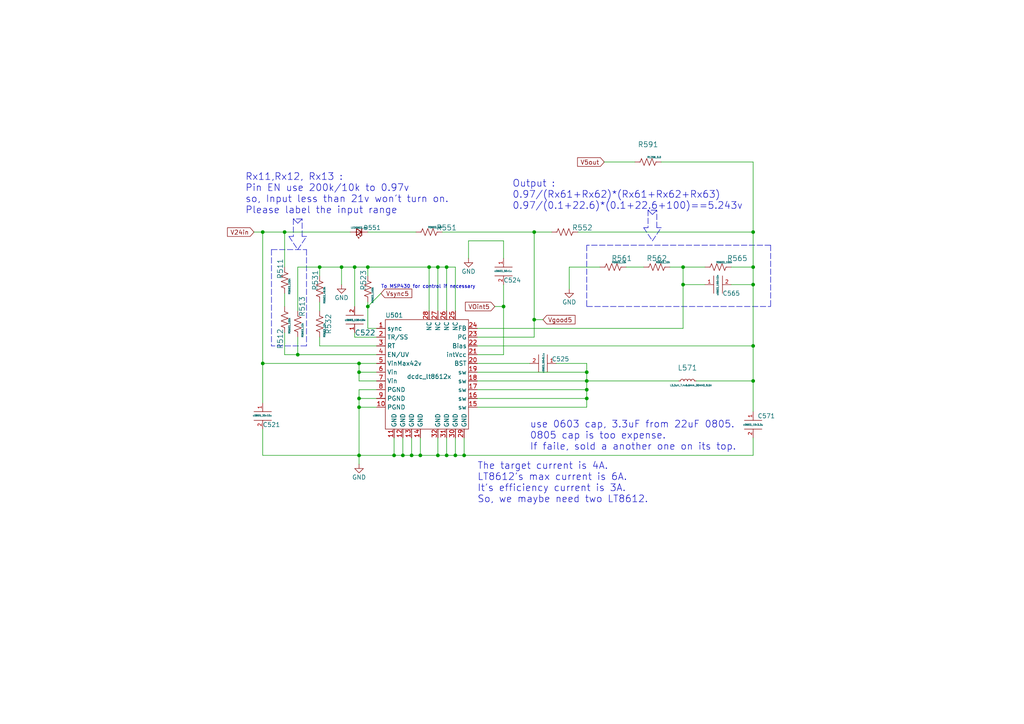
<source format=kicad_sch>
(kicad_sch (version 20211123) (generator eeschema)

  (uuid 48663dd8-ab31-41da-be64-cefe78faab7a)

  (paper "A4")

  (lib_symbols
    (symbol "1001_un:L3.3uH_7.4x6.6mm_30mhO_9.5A" (pin_numbers hide) (pin_names (offset 0.254) hide) (in_bom yes) (on_board yes)
      (property "Reference" "L" (id 0) (at -1.27 1.27 0)
        (effects (font (size 1.5 1.5)) (justify left))
      )
      (property "Value" "L3.3uH_7.4x6.6mm_30mhO_9.5A" (id 1) (at -5.08 -1.27 0)
        (effects (font (size 0.5 0.5)) (justify left))
      )
      (property "Footprint" "02_dyn_pcblib:L7.1x6.6mm" (id 2) (at -1.27 10.16 0)
        (effects (font (size 1.27 1.27)) hide)
      )
      (property "Datasheet" "~" (id 3) (at 0 0 90)
        (effects (font (size 1.27 1.27)) hide)
      )
      (property "PartNum" "ECS-MPIL0630-3R3MC" (id 4) (at 0 15.24 0)
        (effects (font (size 1.27 1.27)) hide)
      )
      (property "PartDesc" "3.3 µH Shielded Molded Inductor 9.5 A 22mOhm Max Nonstandard" (id 5) (at 3.81 12.7 0)
        (effects (font (size 1.27 1.27)) hide)
      )
      (property "ki_keywords" "inductor choke coil reactor magnetic" (id 6) (at 0 0 0)
        (effects (font (size 1.27 1.27)) hide)
      )
      (property "ki_description" "Inductor, small symbol" (id 7) (at 0 0 0)
        (effects (font (size 1.27 1.27)) hide)
      )
      (property "ki_fp_filters" "Choke_* *Coil* Inductor_* L_*" (id 8) (at 0 0 0)
        (effects (font (size 1.27 1.27)) hide)
      )
      (symbol "L3.3uH_7.4x6.6mm_30mhO_9.5A_0_1"
        (arc (start -1.016 0) (mid -1.524 0.508) (end -2.032 0)
          (stroke (width 0) (type default) (color 0 0 0 0))
          (fill (type none))
        )
        (arc (start 0 0) (mid -0.508 0.508) (end -1.016 0)
          (stroke (width 0) (type default) (color 0 0 0 0))
          (fill (type none))
        )
        (arc (start 1.016 0) (mid 0.508 0.508) (end 0 0)
          (stroke (width 0) (type default) (color 0 0 0 0))
          (fill (type none))
        )
        (arc (start 2.032 0) (mid 1.524 0.508) (end 1.016 0)
          (stroke (width 0) (type default) (color 0 0 0 0))
          (fill (type none))
        )
      )
      (symbol "L3.3uH_7.4x6.6mm_30mhO_9.5A_1_1"
        (pin passive line (at -2.54 0 0) (length 0.508)
          (name "~" (effects (font (size 1.27 1.27))))
          (number "1" (effects (font (size 1.27 1.27))))
        )
        (pin passive line (at 2.54 0 180) (length 0.508)
          (name "~" (effects (font (size 1.27 1.27))))
          (number "2" (effects (font (size 1.27 1.27))))
        )
      )
    )
    (symbol "1001_un:LED0603_red" (pin_numbers hide) (pin_names (offset 0.254) hide) (in_bom yes) (on_board yes)
      (property "Reference" "D" (id 0) (at -1.27 3.175 0)
        (effects (font (size 1.27 1.27)) (justify left))
      )
      (property "Value" "LED0603_red" (id 1) (at -2.54 -1.27 0)
        (effects (font (size 0.5 0.5)) (justify left))
      )
      (property "Footprint" "02_dyn_pcblib:LED0603" (id 2) (at 0 8.89 0)
        (effects (font (size 1.27 1.27)) hide)
      )
      (property "Datasheet" "~" (id 3) (at 0 0 90)
        (effects (font (size 1.27 1.27)) hide)
      )
      (property "PartNum" "LTST-C190KRKT" (id 4) (at -1.27 15.24 0)
        (effects (font (size 1.27 1.27)) hide)
      )
      (property "PartDesc" "Red 631nm LED Indication - Discrete 2V 0603 (1608 Metric)" (id 5) (at 0 12.7 0)
        (effects (font (size 1.27 1.27)) hide)
      )
      (property "ki_keywords" "LED diode light-emitting-diode" (id 6) (at 0 0 0)
        (effects (font (size 1.27 1.27)) hide)
      )
      (property "ki_description" "Light emitting diode, small symbol" (id 7) (at 0 0 0)
        (effects (font (size 1.27 1.27)) hide)
      )
      (property "ki_fp_filters" "LED* LED_SMD:* LED_THT:*" (id 8) (at 0 0 0)
        (effects (font (size 1.27 1.27)) hide)
      )
      (symbol "LED0603_red_0_1"
        (polyline
          (pts
            (xy -0.762 -1.016)
            (xy -0.762 1.016)
          )
          (stroke (width 0.254) (type default) (color 0 0 0 0))
          (fill (type none))
        )
        (polyline
          (pts
            (xy 1.016 0)
            (xy -0.762 0)
          )
          (stroke (width 0) (type default) (color 0 0 0 0))
          (fill (type none))
        )
        (polyline
          (pts
            (xy 0.762 -1.016)
            (xy -0.762 0)
            (xy 0.762 1.016)
            (xy 0.762 -1.016)
          )
          (stroke (width 0.254) (type default) (color 0 0 0 0))
          (fill (type none))
        )
        (polyline
          (pts
            (xy 0 0.762)
            (xy -0.508 1.27)
            (xy -0.254 1.27)
            (xy -0.508 1.27)
            (xy -0.508 1.016)
          )
          (stroke (width 0) (type default) (color 0 0 0 0))
          (fill (type none))
        )
        (polyline
          (pts
            (xy 0.508 1.27)
            (xy 0 1.778)
            (xy 0.254 1.778)
            (xy 0 1.778)
            (xy 0 1.524)
          )
          (stroke (width 0) (type default) (color 0 0 0 0))
          (fill (type none))
        )
      )
      (symbol "LED0603_red_1_1"
        (pin passive line (at -2.54 0 0) (length 1.778)
          (name "K" (effects (font (size 1.27 1.27))))
          (number "1" (effects (font (size 1.27 1.27))))
        )
        (pin passive line (at 2.54 0 180) (length 1.778)
          (name "A" (effects (font (size 1.27 1.27))))
          (number "2" (effects (font (size 1.27 1.27))))
        )
      )
    )
    (symbol "1001_un:R0603_100k" (pin_numbers hide) (pin_names (offset 0)) (in_bom yes) (on_board yes)
      (property "Reference" "R" (id 0) (at 1.905 -1.397 0)
        (effects (font (size 1.5 1.5)))
      )
      (property "Value" "R0603_100k" (id 1) (at -1.778 -1.397 0)
        (effects (font (size 0.5 0.5)))
      )
      (property "Footprint" "02_dyn_pcblib:C0603" (id 2) (at 1.27 3.81 0)
        (effects (font (size 1.27 1.27)) hide)
      )
      (property "Datasheet" "~" (id 3) (at 0 0 90)
        (effects (font (size 1.27 1.27)) hide)
      )
      (property "PartNum" "ERA-3AED104V" (id 4) (at -0.127 1.905 0)
        (effects (font (size 1.27 1.27)) hide)
      )
      (property "ki_keywords" "R res resistor" (id 5) (at 0 0 0)
        (effects (font (size 1.27 1.27)) hide)
      )
      (property "ki_description" "Resistor, US symbol" (id 6) (at 0 0 0)
        (effects (font (size 1.27 1.27)) hide)
      )
      (property "ki_fp_filters" "R_*" (id 7) (at 0 0 0)
        (effects (font (size 1.27 1.27)) hide)
      )
      (symbol "R0603_100k_0_1"
        (polyline
          (pts
            (xy -2.286 0)
            (xy -2.54 0)
          )
          (stroke (width 0) (type default) (color 0 0 0 0))
          (fill (type none))
        )
        (polyline
          (pts
            (xy 2.286 0)
            (xy 2.54 0)
          )
          (stroke (width 0) (type default) (color 0 0 0 0))
          (fill (type none))
        )
        (polyline
          (pts
            (xy -2.286 0)
            (xy -1.905 1.016)
            (xy -1.524 0)
            (xy -1.143 -1.016)
            (xy -0.762 0)
          )
          (stroke (width 0) (type default) (color 0 0 0 0))
          (fill (type none))
        )
        (polyline
          (pts
            (xy -0.762 0)
            (xy -0.381 1.016)
            (xy 0 0)
            (xy 0.381 -1.016)
            (xy 0.762 0)
          )
          (stroke (width 0) (type default) (color 0 0 0 0))
          (fill (type none))
        )
        (polyline
          (pts
            (xy 0.762 0)
            (xy 1.143 1.016)
            (xy 1.524 0)
            (xy 1.905 -1.016)
            (xy 2.286 0)
          )
          (stroke (width 0) (type default) (color 0 0 0 0))
          (fill (type none))
        )
      )
      (symbol "R0603_100k_1_1"
        (pin passive line (at -3.81 0 0) (length 1.27)
          (name "~" (effects (font (size 1.27 1.27))))
          (number "1" (effects (font (size 1.27 1.27))))
        )
        (pin passive line (at 3.81 0 180) (length 1.27)
          (name "~" (effects (font (size 1.27 1.27))))
          (number "2" (effects (font (size 1.27 1.27))))
        )
      )
    )
    (symbol "1001_un:R0603_10k" (pin_numbers hide) (pin_names (offset 0)) (in_bom yes) (on_board yes)
      (property "Reference" "R" (id 0) (at 1.905 -1.397 0)
        (effects (font (size 1.5 1.5)))
      )
      (property "Value" "R0603_10k" (id 1) (at -1.778 -1.397 0)
        (effects (font (size 0.5 0.5)))
      )
      (property "Footprint" "02_dyn_pcblib:C0603" (id 2) (at 1.27 3.81 0)
        (effects (font (size 1.27 1.27)) hide)
      )
      (property "Datasheet" "~" (id 3) (at 0 0 90)
        (effects (font (size 1.27 1.27)) hide)
      )
      (property "PartNum" "ERJ-PA3F1002V" (id 4) (at 0.127 1.905 0)
        (effects (font (size 1.27 1.27)) hide)
      )
      (property "ki_keywords" "R res resistor" (id 5) (at 0 0 0)
        (effects (font (size 1.27 1.27)) hide)
      )
      (property "ki_description" "Resistor, US symbol" (id 6) (at 0 0 0)
        (effects (font (size 1.27 1.27)) hide)
      )
      (property "ki_fp_filters" "R_*" (id 7) (at 0 0 0)
        (effects (font (size 1.27 1.27)) hide)
      )
      (symbol "R0603_10k_0_1"
        (polyline
          (pts
            (xy -2.286 0)
            (xy -2.54 0)
          )
          (stroke (width 0) (type default) (color 0 0 0 0))
          (fill (type none))
        )
        (polyline
          (pts
            (xy 2.286 0)
            (xy 2.54 0)
          )
          (stroke (width 0) (type default) (color 0 0 0 0))
          (fill (type none))
        )
        (polyline
          (pts
            (xy -2.286 0)
            (xy -1.905 1.016)
            (xy -1.524 0)
            (xy -1.143 -1.016)
            (xy -0.762 0)
          )
          (stroke (width 0) (type default) (color 0 0 0 0))
          (fill (type none))
        )
        (polyline
          (pts
            (xy -0.762 0)
            (xy -0.381 1.016)
            (xy 0 0)
            (xy 0.381 -1.016)
            (xy 0.762 0)
          )
          (stroke (width 0) (type default) (color 0 0 0 0))
          (fill (type none))
        )
        (polyline
          (pts
            (xy 0.762 0)
            (xy 1.143 1.016)
            (xy 1.524 0)
            (xy 1.905 -1.016)
            (xy 2.286 0)
          )
          (stroke (width 0) (type default) (color 0 0 0 0))
          (fill (type none))
        )
      )
      (symbol "R0603_10k_1_1"
        (pin passive line (at -3.81 0 0) (length 1.27)
          (name "~" (effects (font (size 1.27 1.27))))
          (number "1" (effects (font (size 1.27 1.27))))
        )
        (pin passive line (at 3.81 0 180) (length 1.27)
          (name "~" (effects (font (size 1.27 1.27))))
          (number "2" (effects (font (size 1.27 1.27))))
        )
      )
    )
    (symbol "1001_un:R0603_49.9k" (pin_numbers hide) (pin_names (offset 0)) (in_bom yes) (on_board yes)
      (property "Reference" "R" (id 0) (at 1.905 -1.397 0)
        (effects (font (size 1.5 1.5)))
      )
      (property "Value" "R0603_49.9k" (id 1) (at -1.778 -1.397 0)
        (effects (font (size 0.5 0.5)))
      )
      (property "Footprint" "02_dyn_pcblib:C0603" (id 2) (at 1.27 3.81 0)
        (effects (font (size 1.27 1.27)) hide)
      )
      (property "Datasheet" "~" (id 3) (at 0 0 90)
        (effects (font (size 1.27 1.27)) hide)
      )
      (property "PartNum" "ERA-3AED4992V" (id 4) (at -0.127 1.778 0)
        (effects (font (size 1.27 1.27)) hide)
      )
      (property "ki_keywords" "R res resistor" (id 5) (at 0 0 0)
        (effects (font (size 1.27 1.27)) hide)
      )
      (property "ki_description" "Resistor, US symbol" (id 6) (at 0 0 0)
        (effects (font (size 1.27 1.27)) hide)
      )
      (property "ki_fp_filters" "R_*" (id 7) (at 0 0 0)
        (effects (font (size 1.27 1.27)) hide)
      )
      (symbol "R0603_49.9k_0_1"
        (polyline
          (pts
            (xy -2.286 0)
            (xy -2.54 0)
          )
          (stroke (width 0) (type default) (color 0 0 0 0))
          (fill (type none))
        )
        (polyline
          (pts
            (xy 2.286 0)
            (xy 2.54 0)
          )
          (stroke (width 0) (type default) (color 0 0 0 0))
          (fill (type none))
        )
        (polyline
          (pts
            (xy -2.286 0)
            (xy -1.905 1.016)
            (xy -1.524 0)
            (xy -1.143 -1.016)
            (xy -0.762 0)
          )
          (stroke (width 0) (type default) (color 0 0 0 0))
          (fill (type none))
        )
        (polyline
          (pts
            (xy -0.762 0)
            (xy -0.381 1.016)
            (xy 0 0)
            (xy 0.381 -1.016)
            (xy 0.762 0)
          )
          (stroke (width 0) (type default) (color 0 0 0 0))
          (fill (type none))
        )
        (polyline
          (pts
            (xy 0.762 0)
            (xy 1.143 1.016)
            (xy 1.524 0)
            (xy 1.905 -1.016)
            (xy 2.286 0)
          )
          (stroke (width 0) (type default) (color 0 0 0 0))
          (fill (type none))
        )
      )
      (symbol "R0603_49.9k_1_1"
        (pin passive line (at -3.81 0 0) (length 1.27)
          (name "~" (effects (font (size 1.27 1.27))))
          (number "1" (effects (font (size 1.27 1.27))))
        )
        (pin passive line (at 3.81 0 180) (length 1.27)
          (name "~" (effects (font (size 1.27 1.27))))
          (number "2" (effects (font (size 1.27 1.27))))
        )
      )
    )
    (symbol "1001_un:R0603_DNP" (pin_numbers hide) (pin_names (offset 0)) (in_bom yes) (on_board yes)
      (property "Reference" "R" (id 0) (at 1.905 -1.397 0)
        (effects (font (size 1.5 1.5)))
      )
      (property "Value" "R0603_DNP" (id 1) (at -1.778 -1.397 0)
        (effects (font (size 0.5 0.5)) hide)
      )
      (property "Footprint" "02_dyn_pcblib:C0603" (id 2) (at 1.27 3.81 0)
        (effects (font (size 1.27 1.27)) hide)
      )
      (property "Datasheet" "~" (id 3) (at 0 0 90)
        (effects (font (size 1.27 1.27)) hide)
      )
      (property "PartNum" "R0603_DNP" (id 4) (at -0.127 1.905 0)
        (effects (font (size 1.27 1.27)) hide)
      )
      (property "Notice" "This DNP resistor use handly footprint, which is larger than the normal standard footprint" (id 5) (at -2.54 8.89 0)
        (effects (font (size 1.27 1.27)) hide)
      )
      (property "ki_keywords" "R res resistor" (id 6) (at 0 0 0)
        (effects (font (size 1.27 1.27)) hide)
      )
      (property "ki_description" "Resistor, US symbol" (id 7) (at 0 0 0)
        (effects (font (size 1.27 1.27)) hide)
      )
      (property "ki_fp_filters" "R_*" (id 8) (at 0 0 0)
        (effects (font (size 1.27 1.27)) hide)
      )
      (symbol "R0603_DNP_0_1"
        (polyline
          (pts
            (xy -2.286 0)
            (xy -2.54 0)
          )
          (stroke (width 0) (type default) (color 0 0 0 0))
          (fill (type none))
        )
        (polyline
          (pts
            (xy 2.286 0)
            (xy 2.54 0)
          )
          (stroke (width 0) (type default) (color 0 0 0 0))
          (fill (type none))
        )
        (polyline
          (pts
            (xy -2.286 0)
            (xy -1.905 1.016)
            (xy -1.524 0)
            (xy -1.143 -1.016)
            (xy -0.762 0)
          )
          (stroke (width 0) (type default) (color 0 0 0 0))
          (fill (type none))
        )
        (polyline
          (pts
            (xy -0.762 0)
            (xy -0.381 1.016)
            (xy 0 0)
            (xy 0.381 -1.016)
            (xy 0.762 0)
          )
          (stroke (width 0) (type default) (color 0 0 0 0))
          (fill (type none))
        )
        (polyline
          (pts
            (xy 0.762 0)
            (xy 1.143 1.016)
            (xy 1.524 0)
            (xy 1.905 -1.016)
            (xy 2.286 0)
          )
          (stroke (width 0) (type default) (color 0 0 0 0))
          (fill (type none))
        )
      )
      (symbol "R0603_DNP_1_1"
        (pin passive line (at -3.81 0 0) (length 1.27)
          (name "~" (effects (font (size 1.27 1.27))))
          (number "1" (effects (font (size 1.27 1.27))))
        )
        (pin passive line (at 3.81 0 180) (length 1.27)
          (name "~" (effects (font (size 1.27 1.27))))
          (number "2" (effects (font (size 1.27 1.27))))
        )
      )
    )
    (symbol "1001_un:R1206_0.0" (pin_numbers hide) (pin_names (offset 0)) (in_bom yes) (on_board yes)
      (property "Reference" "R" (id 0) (at 1.905 -1.397 0)
        (effects (font (size 1.5 1.5)))
      )
      (property "Value" "R1206_0.0" (id 1) (at -1.778 -1.397 0)
        (effects (font (size 0.5 0.5)))
      )
      (property "Footprint" "02_dyn_pcblib:R1206mix0603" (id 2) (at 0 11.43 0)
        (effects (font (size 1.27 1.27)) hide)
      )
      (property "Datasheet" "~" (id 3) (at 0 0 90)
        (effects (font (size 1.27 1.27)) hide)
      )
      (property "PartNum" "RC1206FR-070RL" (id 4) (at -0.127 1.905 0)
        (effects (font (size 1.27 1.27)) hide)
      )
      (property "PartDesc" "0 Ohms Jumper 0.25W, 1/4W Chip Resistor 1206 (3216 Metric) Moisture Resistant Thick Film" (id 5) (at -2.54 8.89 0)
        (effects (font (size 1.27 1.27)) hide)
      )
      (property "ki_keywords" "R res resistor" (id 6) (at 0 0 0)
        (effects (font (size 1.27 1.27)) hide)
      )
      (property "ki_description" "Resistor, US symbol" (id 7) (at 0 0 0)
        (effects (font (size 1.27 1.27)) hide)
      )
      (property "ki_fp_filters" "R_*" (id 8) (at 0 0 0)
        (effects (font (size 1.27 1.27)) hide)
      )
      (symbol "R1206_0.0_0_1"
        (polyline
          (pts
            (xy -2.286 0)
            (xy -2.54 0)
          )
          (stroke (width 0) (type default) (color 0 0 0 0))
          (fill (type none))
        )
        (polyline
          (pts
            (xy 2.286 0)
            (xy 2.54 0)
          )
          (stroke (width 0) (type default) (color 0 0 0 0))
          (fill (type none))
        )
        (polyline
          (pts
            (xy -2.286 0)
            (xy -1.905 1.016)
            (xy -1.524 0)
            (xy -1.143 -1.016)
            (xy -0.762 0)
          )
          (stroke (width 0) (type default) (color 0 0 0 0))
          (fill (type none))
        )
        (polyline
          (pts
            (xy -0.762 0)
            (xy -0.381 1.016)
            (xy 0 0)
            (xy 0.381 -1.016)
            (xy 0.762 0)
          )
          (stroke (width 0) (type default) (color 0 0 0 0))
          (fill (type none))
        )
        (polyline
          (pts
            (xy 0.762 0)
            (xy 1.143 1.016)
            (xy 1.524 0)
            (xy 1.905 -1.016)
            (xy 2.286 0)
          )
          (stroke (width 0) (type default) (color 0 0 0 0))
          (fill (type none))
        )
      )
      (symbol "R1206_0.0_1_1"
        (pin passive line (at -3.81 0 0) (length 1.27)
          (name "~" (effects (font (size 1.27 1.27))))
          (number "1" (effects (font (size 1.27 1.27))))
        )
        (pin passive line (at 3.81 0 180) (length 1.27)
          (name "~" (effects (font (size 1.27 1.27))))
          (number "2" (effects (font (size 1.27 1.27))))
        )
      )
    )
    (symbol "1001_un:c0603_100v10n" (pin_names (offset 0.254)) (in_bom yes) (on_board yes)
      (property "Reference" "C" (id 0) (at 1.27 -2.54 0)
        (effects (font (size 1.5 1.5)))
      )
      (property "Value" "c0603_100v10n" (id 1) (at 0.127 -0.127 0)
        (effects (font (size 0.5 0.5)))
      )
      (property "Footprint" "02_dyn_pcblib:C0603" (id 2) (at 0.889 12.827 0)
        (effects (font (size 1.27 1.27)) hide)
      )
      (property "Datasheet" "~" (id 3) (at -0.0635 -0.0635 0)
        (effects (font (size 1.27 1.27)) hide)
      )
      (property "PartNum" "C1608X7R2A103M080AA" (id 4) (at -0.508 15.494 0)
        (effects (font (size 1.27 1.27)) hide)
      )
      (property "PartDesc" "10000 pF ±20% 100V Ceramic Capacitor X7R 0603 (1608 Metric)" (id 5) (at -3.81 19.05 0)
        (effects (font (size 1.27 1.27)) hide)
      )
      (property "ki_keywords" "simulation" (id 6) (at 0 0 0)
        (effects (font (size 1.27 1.27)) hide)
      )
      (property "ki_description" "Capacitor symbol for simulation only" (id 7) (at 0 0 0)
        (effects (font (size 1.27 1.27)) hide)
      )
      (symbol "c0603_100v10n_0_1"
        (polyline
          (pts
            (xy 2.54 -1.27)
            (xy -2.54 -1.27)
          )
          (stroke (width 0) (type default) (color 0 0 0 0))
          (fill (type none))
        )
        (polyline
          (pts
            (xy 2.54 1.27)
            (xy -2.54 1.27)
          )
          (stroke (width 0) (type default) (color 0 0 0 0))
          (fill (type none))
        )
      )
      (symbol "c0603_100v10n_1_1"
        (pin passive line (at 0 -3.81 90) (length 2.54)
          (name "~" (effects (font (size 1.016 1.016))))
          (number "1" (effects (font (size 1.016 1.016))))
        )
        (pin passive line (at 0 3.81 270) (length 2.54)
          (name "~" (effects (font (size 1.016 1.016))))
          (number "2" (effects (font (size 1.016 1.016))))
        )
      )
    )
    (symbol "1001_un:c0603_10v3.3u" (pin_names (offset 0.254)) (in_bom yes) (on_board yes)
      (property "Reference" "C" (id 0) (at 1.27 -2.54 0)
        (effects (font (size 1.5 1.5)))
      )
      (property "Value" "c0603_10v3.3u" (id 1) (at 0 0 0)
        (effects (font (size 0.5 0.5)))
      )
      (property "Footprint" "02_dyn_pcblib:C0603" (id 2) (at 0.889 12.827 0)
        (effects (font (size 1.27 1.27)) hide)
      )
      (property "Datasheet" "~" (id 3) (at -0.0635 -0.0635 0)
        (effects (font (size 1.27 1.27)) hide)
      )
      (property "PartNum" "C1608X7S1A335K080AC" (id 4) (at -0.508 15.494 0)
        (effects (font (size 1.27 1.27)) hide)
      )
      (property "ki_keywords" "simulation" (id 5) (at 0 0 0)
        (effects (font (size 1.27 1.27)) hide)
      )
      (property "ki_description" "Capacitor symbol for simulation only" (id 6) (at 0 0 0)
        (effects (font (size 1.27 1.27)) hide)
      )
      (symbol "c0603_10v3.3u_0_1"
        (polyline
          (pts
            (xy 2.54 -1.27)
            (xy -2.54 -1.27)
          )
          (stroke (width 0) (type default) (color 0 0 0 0))
          (fill (type none))
        )
        (polyline
          (pts
            (xy 2.54 1.27)
            (xy -2.54 1.27)
          )
          (stroke (width 0) (type default) (color 0 0 0 0))
          (fill (type none))
        )
      )
      (symbol "c0603_10v3.3u_1_1"
        (pin passive line (at 0 -3.81 90) (length 2.54)
          (name "~" (effects (font (size 1.016 1.016))))
          (number "1" (effects (font (size 1.016 1.016))))
        )
        (pin passive line (at 0 3.81 270) (length 2.54)
          (name "~" (effects (font (size 1.016 1.016))))
          (number "2" (effects (font (size 1.016 1.016))))
        )
      )
    )
    (symbol "1001_un:c0603_50v0.1u" (pin_names (offset 0.254)) (in_bom yes) (on_board yes)
      (property "Reference" "C" (id 0) (at 1.27 -2.54 0)
        (effects (font (size 1.5 1.5)))
      )
      (property "Value" "c0603_50v0.1u" (id 1) (at 0.127 -0.127 0)
        (effects (font (size 0.5 0.5)))
      )
      (property "Footprint" "02_dyn_pcblib:C0603" (id 2) (at 0.889 12.827 0)
        (effects (font (size 1.27 1.27)) hide)
      )
      (property "Datasheet" "~" (id 3) (at -0.0635 -0.0635 0)
        (effects (font (size 1.27 1.27)) hide)
      )
      (property "PartNum" "CGA3E2X7R1H104M080AA" (id 4) (at -0.508 15.494 0)
        (effects (font (size 1.27 1.27)) hide)
      )
      (property "ki_keywords" "simulation" (id 5) (at 0 0 0)
        (effects (font (size 1.27 1.27)) hide)
      )
      (property "ki_description" "Capacitor symbol for simulation only" (id 6) (at 0 0 0)
        (effects (font (size 1.27 1.27)) hide)
      )
      (symbol "c0603_50v0.1u_0_1"
        (polyline
          (pts
            (xy 2.54 -1.27)
            (xy -2.54 -1.27)
          )
          (stroke (width 0) (type default) (color 0 0 0 0))
          (fill (type none))
        )
        (polyline
          (pts
            (xy 2.54 1.27)
            (xy -2.54 1.27)
          )
          (stroke (width 0) (type default) (color 0 0 0 0))
          (fill (type none))
        )
      )
      (symbol "c0603_50v0.1u_1_1"
        (pin passive line (at 0 -3.81 90) (length 2.54)
          (name "~" (effects (font (size 1.016 1.016))))
          (number "1" (effects (font (size 1.016 1.016))))
        )
        (pin passive line (at 0 3.81 270) (length 2.54)
          (name "~" (effects (font (size 1.016 1.016))))
          (number "2" (effects (font (size 1.016 1.016))))
        )
      )
    )
    (symbol "1001_un:c0603_50v1u" (pin_names (offset 0.254)) (in_bom yes) (on_board yes)
      (property "Reference" "C" (id 0) (at 1.27 -2.54 0)
        (effects (font (size 1.5 1.5)))
      )
      (property "Value" "c0603_50v1u" (id 1) (at 0.127 -0.127 0)
        (effects (font (size 0.5 0.5)))
      )
      (property "Footprint" "02_dyn_pcblib:C0603" (id 2) (at 0.889 12.827 0)
        (effects (font (size 1.27 1.27)) hide)
      )
      (property "Datasheet" "~" (id 3) (at -0.0635 -0.0635 0)
        (effects (font (size 1.27 1.27)) hide)
      )
      (property "PartNum" "C1608X5R1H105K080AB" (id 4) (at -0.508 15.494 0)
        (effects (font (size 1.27 1.27)) hide)
      )
      (property "ki_keywords" "simulation" (id 5) (at 0 0 0)
        (effects (font (size 1.27 1.27)) hide)
      )
      (property "ki_description" "Capacitor symbol for simulation only" (id 6) (at 0 0 0)
        (effects (font (size 1.27 1.27)) hide)
      )
      (symbol "c0603_50v1u_0_1"
        (polyline
          (pts
            (xy 2.54 -1.27)
            (xy -2.54 -1.27)
          )
          (stroke (width 0) (type default) (color 0 0 0 0))
          (fill (type none))
        )
        (polyline
          (pts
            (xy 2.54 1.27)
            (xy -2.54 1.27)
          )
          (stroke (width 0) (type default) (color 0 0 0 0))
          (fill (type none))
        )
      )
      (symbol "c0603_50v1u_1_1"
        (pin passive line (at 0 -3.81 90) (length 2.54)
          (name "~" (effects (font (size 1.016 1.016))))
          (number "1" (effects (font (size 1.016 1.016))))
        )
        (pin passive line (at 0 3.81 270) (length 2.54)
          (name "~" (effects (font (size 1.016 1.016))))
          (number "2" (effects (font (size 1.016 1.016))))
        )
      )
    )
    (symbol "1001_un:c0805_35v10u" (pin_names (offset 0.254)) (in_bom yes) (on_board yes)
      (property "Reference" "C" (id 0) (at 1.27 -2.54 0)
        (effects (font (size 1.5 1.5)))
      )
      (property "Value" "c0805_35v10u" (id 1) (at 0.127 -0.127 0)
        (effects (font (size 0.5 0.5)))
      )
      (property "Footprint" "02_dyn_pcblib:C0805mix0603" (id 2) (at 0.889 12.827 0)
        (effects (font (size 1.27 1.27)) hide)
      )
      (property "Datasheet" "~" (id 3) (at -0.0635 -0.0635 0)
        (effects (font (size 1.27 1.27)) hide)
      )
      (property "PartNum" "C2012X5R1V106M085AC" (id 4) (at -0.508 15.494 0)
        (effects (font (size 1.27 1.27)) hide)
      )
      (property "ki_keywords" "simulation" (id 5) (at 0 0 0)
        (effects (font (size 1.27 1.27)) hide)
      )
      (property "ki_description" "Capacitor symbol for simulation only" (id 6) (at 0 0 0)
        (effects (font (size 1.27 1.27)) hide)
      )
      (symbol "c0805_35v10u_0_1"
        (polyline
          (pts
            (xy 2.54 -1.27)
            (xy -2.54 -1.27)
          )
          (stroke (width 0) (type default) (color 0 0 0 0))
          (fill (type none))
        )
        (polyline
          (pts
            (xy 2.54 1.27)
            (xy -2.54 1.27)
          )
          (stroke (width 0) (type default) (color 0 0 0 0))
          (fill (type none))
        )
      )
      (symbol "c0805_35v10u_1_1"
        (pin passive line (at 0 -3.81 90) (length 2.54)
          (name "~" (effects (font (size 1.016 1.016))))
          (number "1" (effects (font (size 1.016 1.016))))
        )
        (pin passive line (at 0 3.81 270) (length 2.54)
          (name "~" (effects (font (size 1.016 1.016))))
          (number "2" (effects (font (size 1.016 1.016))))
        )
      )
    )
    (symbol "1001_un:dcdc_lt8612x" (in_bom yes) (on_board yes)
      (property "Reference" "U" (id 0) (at -7.62 3.81 0)
        (effects (font (size 1.27 1.27)))
      )
      (property "Value" "dcdc_lt8612x" (id 1) (at 3.81 -13.97 0)
        (effects (font (size 1.27 1.27)))
      )
      (property "Footprint" "02_dyn_pcblib:QFN-28-1EP_3x6mm_P0.5mm_EP1.7x4.75mmX" (id 2) (at 6.35 27.94 0)
        (effects (font (size 1.27 1.27)) hide)
      )
      (property "Datasheet" "" (id 3) (at -11.43 0 0)
        (effects (font (size 1.27 1.27)) hide)
      )
      (property "source" "digikey" (id 4) (at -20.32 15.24 0)
        (effects (font (size 1.27 1.27)) hide)
      )
      (property "PartNum" "505-LT8612EUDE#PBF-ND" (id 5) (at -10.16 17.78 0)
        (effects (font (size 1.27 1.27)) hide)
      )
      (property "PartDesc" "IC REG BUCK ADJUSTABLE 6A 28QFN" (id 6) (at -5.08 20.32 0)
        (effects (font (size 1.27 1.27)) hide)
      )
      (property "Mfg" "Analog Devices Inc." (id 7) (at -13.97 22.86 0)
        (effects (font (size 1.27 1.27)) hide)
      )
      (property "MfgNum" "LT8612EUDE#PBF" (id 8) (at -15.24 25.4 0)
        (effects (font (size 1.27 1.27)) hide)
      )
      (symbol "dcdc_lt8612x_0_0"
        (pin input line (at -11.43 0 0) (length 2.54)
          (name "sync" (effects (font (size 1.27 1.27))))
          (number "1" (effects (font (size 1.27 1.27))))
        )
        (pin passive line (at -11.43 -22.86 0) (length 2.54)
          (name "PGND" (effects (font (size 1.27 1.27))))
          (number "10" (effects (font (size 1.27 1.27))))
        )
        (pin passive line (at -6.35 -31.75 90) (length 2.54)
          (name "GND" (effects (font (size 1.27 1.27))))
          (number "11" (effects (font (size 1.27 1.27))))
        )
        (pin passive line (at -3.81 -31.75 90) (length 2.54)
          (name "GND" (effects (font (size 1.27 1.27))))
          (number "12" (effects (font (size 1.27 1.27))))
        )
        (pin passive line (at -1.27 -31.75 90) (length 2.54)
          (name "GND" (effects (font (size 1.27 1.27))))
          (number "13" (effects (font (size 1.27 1.27))))
        )
        (pin passive line (at 1.27 -31.75 90) (length 2.54)
          (name "GND" (effects (font (size 1.27 1.27))))
          (number "14" (effects (font (size 1.27 1.27))))
        )
        (pin passive line (at 17.78 -22.86 180) (length 2.54)
          (name "sw" (effects (font (size 1.27 1.27))))
          (number "15" (effects (font (size 1.27 1.27))))
        )
        (pin passive line (at 17.78 -20.32 180) (length 2.54)
          (name "sw" (effects (font (size 1.27 1.27))))
          (number "16" (effects (font (size 1.27 1.27))))
        )
        (pin passive line (at 17.78 -17.78 180) (length 2.54)
          (name "sw" (effects (font (size 1.27 1.27))))
          (number "17" (effects (font (size 1.27 1.27))))
        )
        (pin passive line (at 17.78 -15.24 180) (length 2.54)
          (name "sw" (effects (font (size 1.27 1.27))))
          (number "18" (effects (font (size 1.27 1.27))))
        )
        (pin passive line (at 17.78 -12.7 180) (length 2.54)
          (name "sw" (effects (font (size 1.27 1.27))))
          (number "19" (effects (font (size 1.27 1.27))))
        )
        (pin input line (at -11.43 -2.54 0) (length 2.54)
          (name "TR/SS" (effects (font (size 1.27 1.27))))
          (number "2" (effects (font (size 1.27 1.27))))
        )
        (pin input line (at 17.78 -10.16 180) (length 2.54)
          (name "BST" (effects (font (size 1.27 1.27))))
          (number "20" (effects (font (size 1.27 1.27))))
        )
        (pin passive line (at 17.78 -7.62 180) (length 2.54)
          (name "intVcc" (effects (font (size 1.27 1.27))))
          (number "21" (effects (font (size 1.27 1.27))))
        )
        (pin input line (at 17.78 -5.08 180) (length 2.54)
          (name "Bias" (effects (font (size 1.27 1.27))))
          (number "22" (effects (font (size 1.27 1.27))))
        )
        (pin open_collector line (at 17.78 -2.54 180) (length 2.54)
          (name "PG" (effects (font (size 1.27 1.27))))
          (number "23" (effects (font (size 1.27 1.27))))
        )
        (pin input line (at 17.78 0 180) (length 2.54)
          (name "FB" (effects (font (size 1.27 1.27))))
          (number "24" (effects (font (size 1.27 1.27))))
        )
        (pin passive line (at 11.43 5.08 270) (length 2.54)
          (name "NC" (effects (font (size 1.27 1.27))))
          (number "25" (effects (font (size 1.27 1.27))))
        )
        (pin passive line (at 8.89 5.08 270) (length 2.54)
          (name "NC" (effects (font (size 1.27 1.27))))
          (number "26" (effects (font (size 1.27 1.27))))
        )
        (pin passive line (at 6.35 5.08 270) (length 2.54)
          (name "NC" (effects (font (size 1.27 1.27))))
          (number "27" (effects (font (size 1.27 1.27))))
        )
        (pin passive line (at 3.81 5.08 270) (length 2.54)
          (name "NC" (effects (font (size 1.27 1.27))))
          (number "28" (effects (font (size 1.27 1.27))))
        )
        (pin passive line (at 13.97 -31.75 90) (length 2.54)
          (name "GND" (effects (font (size 1.27 1.27))))
          (number "29" (effects (font (size 1.27 1.27))))
        )
        (pin input line (at -11.43 -5.08 0) (length 2.54)
          (name "RT" (effects (font (size 1.27 1.27))))
          (number "3" (effects (font (size 1.27 1.27))))
        )
        (pin passive line (at 11.43 -31.75 90) (length 2.54)
          (name "GND" (effects (font (size 1.27 1.27))))
          (number "30" (effects (font (size 1.27 1.27))))
        )
        (pin passive line (at 8.89 -31.75 90) (length 2.54)
          (name "GND" (effects (font (size 1.27 1.27))))
          (number "31" (effects (font (size 1.27 1.27))))
        )
        (pin passive line (at 6.35 -31.75 90) (length 2.54)
          (name "GND" (effects (font (size 1.27 1.27))))
          (number "32" (effects (font (size 1.27 1.27))))
        )
        (pin input line (at -11.43 -7.62 0) (length 2.54)
          (name "EN/UV" (effects (font (size 1.27 1.27))))
          (number "4" (effects (font (size 1.27 1.27))))
        )
        (pin passive line (at -11.43 -10.16 0) (length 2.54)
          (name "VinMax42v" (effects (font (size 1.27 1.27))))
          (number "5" (effects (font (size 1.27 1.27))))
        )
        (pin passive line (at -11.43 -12.7 0) (length 2.54)
          (name "Vin" (effects (font (size 1.27 1.27))))
          (number "6" (effects (font (size 1.27 1.27))))
        )
        (pin passive line (at -11.43 -15.24 0) (length 2.54)
          (name "Vin" (effects (font (size 1.27 1.27))))
          (number "7" (effects (font (size 1.27 1.27))))
        )
        (pin passive line (at -11.43 -17.78 0) (length 2.54)
          (name "PGND" (effects (font (size 1.27 1.27))))
          (number "8" (effects (font (size 1.27 1.27))))
        )
        (pin passive line (at -11.43 -20.32 0) (length 2.54)
          (name "PGND" (effects (font (size 1.27 1.27))))
          (number "9" (effects (font (size 1.27 1.27))))
        )
      )
      (symbol "dcdc_lt8612x_0_1"
        (rectangle (start -8.89 2.54) (end 15.24 -29.21)
          (stroke (width 0) (type default) (color 0 0 0 0))
          (fill (type none))
        )
      )
    )
    (symbol "power:GND" (power) (pin_names (offset 0)) (in_bom yes) (on_board yes)
      (property "Reference" "#PWR" (id 0) (at 0 -6.35 0)
        (effects (font (size 1.27 1.27)) hide)
      )
      (property "Value" "GND" (id 1) (at 0 -3.81 0)
        (effects (font (size 1.27 1.27)))
      )
      (property "Footprint" "" (id 2) (at 0 0 0)
        (effects (font (size 1.27 1.27)) hide)
      )
      (property "Datasheet" "" (id 3) (at 0 0 0)
        (effects (font (size 1.27 1.27)) hide)
      )
      (property "ki_keywords" "power-flag" (id 4) (at 0 0 0)
        (effects (font (size 1.27 1.27)) hide)
      )
      (property "ki_description" "Power symbol creates a global label with name \"GND\" , ground" (id 5) (at 0 0 0)
        (effects (font (size 1.27 1.27)) hide)
      )
      (symbol "GND_0_1"
        (polyline
          (pts
            (xy 0 0)
            (xy 0 -1.27)
            (xy 1.27 -1.27)
            (xy 0 -2.54)
            (xy -1.27 -1.27)
            (xy 0 -1.27)
          )
          (stroke (width 0) (type default) (color 0 0 0 0))
          (fill (type none))
        )
      )
      (symbol "GND_1_1"
        (pin power_in line (at 0 0 270) (length 0) hide
          (name "GND" (effects (font (size 1.27 1.27))))
          (number "1" (effects (font (size 1.27 1.27))))
        )
      )
    )
  )

  (junction (at 170.18 115.57) (diameter 0) (color 0 0 0 0)
    (uuid 267bb7e7-d726-487f-bcf9-1f2623b0ec3e)
  )
  (junction (at 114.3 132.08) (diameter 0) (color 0 0 0 0)
    (uuid 2e9d34ea-2434-4e7c-b420-9f53617865a6)
  )
  (junction (at 154.94 67.31) (diameter 0) (color 0 0 0 0)
    (uuid 33238253-f808-4181-b0e4-8bc2a1373812)
  )
  (junction (at 116.84 132.08) (diameter 0) (color 0 0 0 0)
    (uuid 352fee90-d592-40ba-b44f-602d6edd3167)
  )
  (junction (at 170.18 110.49) (diameter 0) (color 0 0 0 0)
    (uuid 3a3f15e3-75dc-4311-8ae8-93b07ce3da55)
  )
  (junction (at 104.14 105.41) (diameter 0) (color 0 0 0 0)
    (uuid 3c97d3c0-0c5e-4862-834d-ed70dc77d2d7)
  )
  (junction (at 146.05 88.9) (diameter 0) (color 0 0 0 0)
    (uuid 45bffd1d-4512-4c06-907a-b799f6bbd457)
  )
  (junction (at 218.44 82.55) (diameter 0) (color 0 0 0 0)
    (uuid 50206224-9d91-4469-b28c-2b39eb226860)
  )
  (junction (at 170.18 107.95) (diameter 0) (color 0 0 0 0)
    (uuid 56d0ee66-15f9-4069-83e8-d389ef87f401)
  )
  (junction (at 119.38 132.08) (diameter 0) (color 0 0 0 0)
    (uuid 599455f6-9ecf-4d50-9155-a01b5de33766)
  )
  (junction (at 86.36 102.87) (diameter 0) (color 0 0 0 0)
    (uuid 5adb9d8a-5fb9-43a1-a013-1347418dabdb)
  )
  (junction (at 198.12 77.47) (diameter 0) (color 0 0 0 0)
    (uuid 5c50a775-6610-4919-87f0-d4c6d92198b9)
  )
  (junction (at 129.54 132.08) (diameter 0) (color 0 0 0 0)
    (uuid 6d34024a-a354-4f82-85b3-eb07b61b412b)
  )
  (junction (at 129.54 77.47) (diameter 0) (color 0 0 0 0)
    (uuid 746124f6-8bca-4076-9348-992b80b355fd)
  )
  (junction (at 92.71 77.47) (diameter 0) (color 0 0 0 0)
    (uuid 75acfdf2-6ade-43a5-a191-2c3db7ad0cfd)
  )
  (junction (at 218.44 100.33) (diameter 0) (color 0 0 0 0)
    (uuid 7a5d4e55-2bfa-457e-b907-c878c2e9738a)
  )
  (junction (at 104.14 115.57) (diameter 0) (color 0 0 0 0)
    (uuid 81613854-20da-42eb-817a-b0d0a271bd10)
  )
  (junction (at 154.94 92.71) (diameter 0) (color 0 0 0 0)
    (uuid 8dfcae76-90c3-4cec-928b-eebdbb788366)
  )
  (junction (at 124.46 77.47) (diameter 0) (color 0 0 0 0)
    (uuid 917826cd-35a2-4547-928c-ef46772c2215)
  )
  (junction (at 198.12 82.55) (diameter 0) (color 0 0 0 0)
    (uuid 95c7d304-87ac-4f1e-acc4-73b315febb11)
  )
  (junction (at 218.44 110.49) (diameter 0) (color 0 0 0 0)
    (uuid 96563e06-38c0-412f-ab98-4ac9c29d730a)
  )
  (junction (at 132.08 132.08) (diameter 0) (color 0 0 0 0)
    (uuid 99f50eff-d243-43e6-a339-a39721195bbc)
  )
  (junction (at 76.2 105.41) (diameter 0) (color 0 0 0 0)
    (uuid 9bd038c4-703d-4559-be76-b303a2600b94)
  )
  (junction (at 170.18 113.03) (diameter 0) (color 0 0 0 0)
    (uuid 9d451904-65e9-493c-8ce5-5e477c036dad)
  )
  (junction (at 104.14 107.95) (diameter 0) (color 0 0 0 0)
    (uuid a5089f16-7f4f-4ec6-9908-ede4fb77dc07)
  )
  (junction (at 76.2 67.31) (diameter 0) (color 0 0 0 0)
    (uuid a6c34c9d-101b-4bc6-a17e-cf93503c9a78)
  )
  (junction (at 104.14 118.11) (diameter 0) (color 0 0 0 0)
    (uuid acc37e2c-f4b9-481a-91a6-37c38bb2f4de)
  )
  (junction (at 102.87 77.47) (diameter 0) (color 0 0 0 0)
    (uuid b67cffb9-266d-4ca6-ab82-2c1309edb416)
  )
  (junction (at 127 77.47) (diameter 0) (color 0 0 0 0)
    (uuid d270beb2-0a08-453d-a5aa-540988f3ebcc)
  )
  (junction (at 99.06 77.47) (diameter 0) (color 0 0 0 0)
    (uuid d30f6803-2d5e-4516-ba35-24860641c3ac)
  )
  (junction (at 127 132.08) (diameter 0) (color 0 0 0 0)
    (uuid d657fdda-dcf8-4251-8544-5216490cb7aa)
  )
  (junction (at 106.68 77.47) (diameter 0) (color 0 0 0 0)
    (uuid dd0b4d79-93b6-4fec-857f-ac82675dfd8d)
  )
  (junction (at 218.44 77.47) (diameter 0) (color 0 0 0 0)
    (uuid e4b05b41-a533-4194-a5b1-b0c44320aa52)
  )
  (junction (at 121.92 132.08) (diameter 0) (color 0 0 0 0)
    (uuid ee5d8bf8-f590-4b58-87bd-49ef0da337df)
  )
  (junction (at 104.14 132.08) (diameter 0) (color 0 0 0 0)
    (uuid f21660f5-b273-4a97-a8a4-a5691a23f4ec)
  )
  (junction (at 106.68 88.9) (diameter 0) (color 0 0 0 0)
    (uuid f25321bf-0a72-46c6-95ea-8ac0e839d872)
  )
  (junction (at 82.55 67.31) (diameter 0) (color 0 0 0 0)
    (uuid f2685639-55ee-47d5-9845-9727ee3bf0cc)
  )
  (junction (at 134.62 132.08) (diameter 0) (color 0 0 0 0)
    (uuid f7a89d35-a52a-417b-bef8-240734648449)
  )
  (junction (at 218.44 67.31) (diameter 0) (color 0 0 0 0)
    (uuid ffe0b603-6806-4bd6-956a-3db8ef7eff17)
  )

  (wire (pts (xy 86.36 102.87) (xy 86.36 97.79))
    (stroke (width 0) (type default) (color 0 0 0 0))
    (uuid 00498a80-2bea-47e2-a3a1-baba4f4b7e74)
  )
  (wire (pts (xy 82.55 96.52) (xy 82.55 102.87))
    (stroke (width 0) (type default) (color 0 0 0 0))
    (uuid 03bdec41-da7f-4700-a09c-ee086c55d5ad)
  )
  (wire (pts (xy 170.18 110.49) (xy 196.85 110.49))
    (stroke (width 0) (type default) (color 0 0 0 0))
    (uuid 0541bc32-3c41-4350-8643-3996cd66ff44)
  )
  (polyline (pts (xy 78.74 72.39) (xy 78.74 100.33))
    (stroke (width 0) (type default) (color 0 0 0 0))
    (uuid 06640c8b-e960-4de6-b5f7-5c5594180e63)
  )

  (wire (pts (xy 121.92 132.08) (xy 127 132.08))
    (stroke (width 0) (type default) (color 0 0 0 0))
    (uuid 07c7c27c-fc90-4293-a0c1-062551d796a8)
  )
  (wire (pts (xy 129.54 132.08) (xy 132.08 132.08))
    (stroke (width 0) (type default) (color 0 0 0 0))
    (uuid 08499eb1-268e-4626-8021-2e6724723e72)
  )
  (polyline (pts (xy 85.09 63.5) (xy 85.09 68.58))
    (stroke (width 0) (type default) (color 0 0 0 0))
    (uuid 0b4dffc8-00c2-4587-8bf2-c66c1fc9d10a)
  )

  (wire (pts (xy 218.44 110.49) (xy 218.44 119.38))
    (stroke (width 0) (type default) (color 0 0 0 0))
    (uuid 0b50a7ee-30ad-45cb-adb0-abee54b5e166)
  )
  (wire (pts (xy 124.46 77.47) (xy 127 77.47))
    (stroke (width 0) (type default) (color 0 0 0 0))
    (uuid 0b6cabe5-2901-4574-9107-3c68f2a12db3)
  )
  (wire (pts (xy 92.71 100.33) (xy 109.22 100.33))
    (stroke (width 0) (type default) (color 0 0 0 0))
    (uuid 0cc58622-2793-4047-859d-3bd7894a5bf8)
  )
  (wire (pts (xy 143.51 88.9) (xy 146.05 88.9))
    (stroke (width 0) (type default) (color 0 0 0 0))
    (uuid 0d4a1007-b937-4f8c-a7cb-bf7e96d249ae)
  )
  (wire (pts (xy 184.15 46.99) (xy 175.26 46.99))
    (stroke (width 0) (type default) (color 0 0 0 0))
    (uuid 0f36db66-cb01-4a11-8d28-626d90a5d027)
  )
  (wire (pts (xy 218.44 127) (xy 218.44 132.08))
    (stroke (width 0) (type default) (color 0 0 0 0))
    (uuid 0fa27b6e-dfb2-4962-9be7-45fe2cdb222d)
  )
  (wire (pts (xy 102.87 77.47) (xy 106.68 77.47))
    (stroke (width 0) (type default) (color 0 0 0 0))
    (uuid 10527fe2-aa9a-483b-bc67-19ad248e6abb)
  )
  (wire (pts (xy 132.08 127) (xy 132.08 132.08))
    (stroke (width 0) (type default) (color 0 0 0 0))
    (uuid 1257ea7d-81aa-464c-be26-1dd365c93c4b)
  )
  (wire (pts (xy 86.36 90.17) (xy 86.36 77.47))
    (stroke (width 0) (type default) (color 0 0 0 0))
    (uuid 1259c825-04be-44c5-8d95-8148aceaf93b)
  )
  (wire (pts (xy 106.68 95.25) (xy 109.22 95.25))
    (stroke (width 0) (type default) (color 0 0 0 0))
    (uuid 1322833b-8186-48a6-afd9-88ce53955475)
  )
  (wire (pts (xy 102.87 96.52) (xy 102.87 97.79))
    (stroke (width 0) (type default) (color 0 0 0 0))
    (uuid 14440b9f-10a5-43d5-882e-3c4c6bbef5d0)
  )
  (wire (pts (xy 218.44 82.55) (xy 218.44 77.47))
    (stroke (width 0) (type default) (color 0 0 0 0))
    (uuid 1523827c-1885-4ec8-b5fc-73010805427c)
  )
  (polyline (pts (xy 190.5 66.04) (xy 190.5 60.96))
    (stroke (width 0) (type default) (color 0 0 0 0))
    (uuid 17250f81-1a32-43f5-859a-4bb58f3588ab)
  )

  (wire (pts (xy 124.46 90.17) (xy 124.46 77.47))
    (stroke (width 0) (type default) (color 0 0 0 0))
    (uuid 1d067057-5034-42b2-a061-ac0ea0054c0c)
  )
  (wire (pts (xy 218.44 82.55) (xy 218.44 100.33))
    (stroke (width 0) (type default) (color 0 0 0 0))
    (uuid 1dc81bbd-d33a-4a19-9f93-dcf876b77f17)
  )
  (polyline (pts (xy 190.5 60.96) (xy 187.96 60.96))
    (stroke (width 0) (type default) (color 0 0 0 0))
    (uuid 1e52c606-7258-4ade-b0d9-4a3e6210bbfc)
  )

  (wire (pts (xy 170.18 113.03) (xy 170.18 115.57))
    (stroke (width 0) (type default) (color 0 0 0 0))
    (uuid 1fb041be-73cd-4dd5-8b2b-ee69ba1be11a)
  )
  (wire (pts (xy 76.2 132.08) (xy 104.14 132.08))
    (stroke (width 0) (type default) (color 0 0 0 0))
    (uuid 224a0a9a-5350-4a6f-93dd-8afa22719a68)
  )
  (wire (pts (xy 218.44 77.47) (xy 212.09 77.47))
    (stroke (width 0) (type default) (color 0 0 0 0))
    (uuid 23886b3c-3898-4f56-b288-8e922aba06b1)
  )
  (wire (pts (xy 73.66 67.31) (xy 76.2 67.31))
    (stroke (width 0) (type default) (color 0 0 0 0))
    (uuid 26cf0b53-ec53-47f6-ba1f-785c0f712430)
  )
  (wire (pts (xy 138.43 107.95) (xy 170.18 107.95))
    (stroke (width 0) (type default) (color 0 0 0 0))
    (uuid 2a772865-917a-4a03-96f8-a057e79a0685)
  )
  (wire (pts (xy 104.14 107.95) (xy 104.14 105.41))
    (stroke (width 0) (type default) (color 0 0 0 0))
    (uuid 2b2fa47e-93bd-48ee-bf35-619c13750165)
  )
  (wire (pts (xy 146.05 88.9) (xy 146.05 102.87))
    (stroke (width 0) (type default) (color 0 0 0 0))
    (uuid 2bcb6391-df48-4a7a-8f64-7ac44b1e964b)
  )
  (wire (pts (xy 82.55 67.31) (xy 82.55 77.47))
    (stroke (width 0) (type default) (color 0 0 0 0))
    (uuid 2c0e8146-c274-41be-b1ef-d2e543b9a780)
  )
  (wire (pts (xy 134.62 132.08) (xy 218.44 132.08))
    (stroke (width 0) (type default) (color 0 0 0 0))
    (uuid 2df0f98a-39a6-46be-b870-6208635c03c5)
  )
  (wire (pts (xy 121.92 127) (xy 121.92 132.08))
    (stroke (width 0) (type default) (color 0 0 0 0))
    (uuid 2e5d17a8-4b0f-4432-8f3d-be0757a8d6f7)
  )
  (wire (pts (xy 138.43 110.49) (xy 170.18 110.49))
    (stroke (width 0) (type default) (color 0 0 0 0))
    (uuid 305d3bd7-3fd0-483a-b15b-c337c1cc8660)
  )
  (wire (pts (xy 102.87 77.47) (xy 102.87 88.9))
    (stroke (width 0) (type default) (color 0 0 0 0))
    (uuid 330ad376-024a-4aa7-b0db-6a1d80755d08)
  )
  (wire (pts (xy 154.94 97.79) (xy 138.43 97.79))
    (stroke (width 0) (type default) (color 0 0 0 0))
    (uuid 341ab309-f69a-48b7-8ffc-e81e37ed43a7)
  )
  (wire (pts (xy 138.43 105.41) (xy 153.67 105.41))
    (stroke (width 0) (type default) (color 0 0 0 0))
    (uuid 34532da6-6e5f-4ecc-b8f8-e1f9158ee9bd)
  )
  (wire (pts (xy 218.44 67.31) (xy 218.44 77.47))
    (stroke (width 0) (type default) (color 0 0 0 0))
    (uuid 352c7c16-382e-4052-ad9b-8e59151193fe)
  )
  (wire (pts (xy 191.77 46.99) (xy 218.44 46.99))
    (stroke (width 0) (type default) (color 0 0 0 0))
    (uuid 37edcf66-f7d3-4e26-a0b8-ce3240ee55c6)
  )
  (wire (pts (xy 106.68 88.9) (xy 106.68 95.25))
    (stroke (width 0) (type default) (color 0 0 0 0))
    (uuid 3cf808c3-c281-464c-9797-22673e66cdf2)
  )
  (wire (pts (xy 104.14 132.08) (xy 104.14 134.62))
    (stroke (width 0) (type default) (color 0 0 0 0))
    (uuid 3dcf74d4-f4de-441b-876d-1e0b406a5f20)
  )
  (wire (pts (xy 114.3 132.08) (xy 116.84 132.08))
    (stroke (width 0) (type default) (color 0 0 0 0))
    (uuid 3e41d272-0a69-4bd5-b945-5d93b4865c32)
  )
  (wire (pts (xy 170.18 110.49) (xy 170.18 113.03))
    (stroke (width 0) (type default) (color 0 0 0 0))
    (uuid 434967eb-0663-420c-9646-9f75be413d56)
  )
  (wire (pts (xy 76.2 105.41) (xy 76.2 67.31))
    (stroke (width 0) (type default) (color 0 0 0 0))
    (uuid 46fc8e4c-af6c-46c9-a5c9-b4d14e48fa9c)
  )
  (wire (pts (xy 138.43 95.25) (xy 198.12 95.25))
    (stroke (width 0) (type default) (color 0 0 0 0))
    (uuid 476403c2-6e32-4c3c-8195-72dcc5995789)
  )
  (wire (pts (xy 109.22 102.87) (xy 86.36 102.87))
    (stroke (width 0) (type default) (color 0 0 0 0))
    (uuid 47f0577d-106a-41cc-8b7f-6789ea9f9395)
  )
  (polyline (pts (xy 86.36 64.77) (xy 87.63 63.5))
    (stroke (width 0) (type default) (color 0 0 0 0))
    (uuid 481572c7-29d1-4e85-9f9f-decb63da2573)
  )

  (wire (pts (xy 127 132.08) (xy 129.54 132.08))
    (stroke (width 0) (type default) (color 0 0 0 0))
    (uuid 4a429342-94c6-43e1-a641-2e6edcff61c0)
  )
  (wire (pts (xy 132.08 90.17) (xy 132.08 77.47))
    (stroke (width 0) (type default) (color 0 0 0 0))
    (uuid 4b6cba86-942d-4c66-8ecb-73dc9259e268)
  )
  (wire (pts (xy 129.54 127) (xy 129.54 132.08))
    (stroke (width 0) (type default) (color 0 0 0 0))
    (uuid 4cafe06f-1097-47e9-afbb-02353890e396)
  )
  (wire (pts (xy 138.43 115.57) (xy 170.18 115.57))
    (stroke (width 0) (type default) (color 0 0 0 0))
    (uuid 4e418317-6ade-467c-98d0-b86df0b41d33)
  )
  (wire (pts (xy 212.09 82.55) (xy 218.44 82.55))
    (stroke (width 0) (type default) (color 0 0 0 0))
    (uuid 4eb578aa-5617-4a5d-8c85-5fdf8cdc3592)
  )
  (polyline (pts (xy 187.96 60.96) (xy 189.23 62.23))
    (stroke (width 0) (type default) (color 0 0 0 0))
    (uuid 4f907ce4-32cc-4bf3-b271-ecdc77fa3979)
  )

  (wire (pts (xy 218.44 46.99) (xy 218.44 67.31))
    (stroke (width 0) (type default) (color 0 0 0 0))
    (uuid 52f06c2a-c795-428f-a041-fd56a71f24eb)
  )
  (polyline (pts (xy 170.18 88.9) (xy 223.52 88.9))
    (stroke (width 0) (type default) (color 0 0 0 0))
    (uuid 55319857-58eb-4abc-becc-733cc6150b89)
  )
  (polyline (pts (xy 187.96 60.96) (xy 187.96 66.04))
    (stroke (width 0) (type default) (color 0 0 0 0))
    (uuid 558e0f9b-ac7a-4c60-8193-f938360427fb)
  )
  (polyline (pts (xy 88.9 68.58) (xy 87.63 68.58))
    (stroke (width 0) (type default) (color 0 0 0 0))
    (uuid 57ce8272-4d44-4742-bb5a-a59884b67e10)
  )

  (wire (pts (xy 154.94 92.71) (xy 157.48 92.71))
    (stroke (width 0) (type default) (color 0 0 0 0))
    (uuid 5932284e-41f0-41e9-a2af-3f283e8bd82b)
  )
  (wire (pts (xy 86.36 77.47) (xy 92.71 77.47))
    (stroke (width 0) (type default) (color 0 0 0 0))
    (uuid 5a0047d5-fb52-4758-bf3a-0cc59834d27a)
  )
  (wire (pts (xy 102.87 97.79) (xy 109.22 97.79))
    (stroke (width 0) (type default) (color 0 0 0 0))
    (uuid 5a6ef2e2-7b63-4ec6-b6c6-6ece4e7e9c53)
  )
  (polyline (pts (xy 83.82 68.58) (xy 86.36 72.39))
    (stroke (width 0) (type default) (color 0 0 0 0))
    (uuid 5ebc4ddd-16a5-45e1-8392-677f0f62b19b)
  )

  (wire (pts (xy 82.55 85.09) (xy 82.55 88.9))
    (stroke (width 0) (type default) (color 0 0 0 0))
    (uuid 60df4f9e-def2-4807-a8a2-ff90b377ab9e)
  )
  (wire (pts (xy 109.22 110.49) (xy 104.14 110.49))
    (stroke (width 0) (type default) (color 0 0 0 0))
    (uuid 61a3cfca-1774-44bc-b470-5fd1e111c7b0)
  )
  (wire (pts (xy 82.55 67.31) (xy 101.6 67.31))
    (stroke (width 0) (type default) (color 0 0 0 0))
    (uuid 63b1b423-aab1-468d-b2bb-a66ca362ff30)
  )
  (wire (pts (xy 198.12 77.47) (xy 204.47 77.47))
    (stroke (width 0) (type default) (color 0 0 0 0))
    (uuid 64ce0eb3-5613-4904-9dec-baaebb2ec0e6)
  )
  (polyline (pts (xy 223.52 71.12) (xy 170.18 71.12))
    (stroke (width 0) (type default) (color 0 0 0 0))
    (uuid 66fefe71-6acc-4d7e-9640-7ee6cbb5b12c)
  )

  (wire (pts (xy 154.94 67.31) (xy 160.02 67.31))
    (stroke (width 0) (type default) (color 0 0 0 0))
    (uuid 6a0b98b1-a289-4b2e-b8cd-5e6b93be1b62)
  )
  (wire (pts (xy 116.84 132.08) (xy 119.38 132.08))
    (stroke (width 0) (type default) (color 0 0 0 0))
    (uuid 6abc1c14-36d8-4bf6-b0d1-990a208fe4fb)
  )
  (wire (pts (xy 76.2 105.41) (xy 76.2 116.84))
    (stroke (width 0) (type default) (color 0 0 0 0))
    (uuid 6b1dbcc7-2b78-4731-b309-fe944637c644)
  )
  (wire (pts (xy 119.38 132.08) (xy 121.92 132.08))
    (stroke (width 0) (type default) (color 0 0 0 0))
    (uuid 6b32030d-b8ee-425a-a311-2de7ced6518d)
  )
  (wire (pts (xy 170.18 115.57) (xy 170.18 118.11))
    (stroke (width 0) (type default) (color 0 0 0 0))
    (uuid 72f8aa02-8fce-4c66-b2f8-57e8b69f30e1)
  )
  (wire (pts (xy 127 77.47) (xy 127 90.17))
    (stroke (width 0) (type default) (color 0 0 0 0))
    (uuid 7400ce0b-d3a0-4669-820f-1354b5279e4b)
  )
  (wire (pts (xy 135.89 69.85) (xy 146.05 69.85))
    (stroke (width 0) (type default) (color 0 0 0 0))
    (uuid 750ba58b-f1cb-44ae-913f-545997933a86)
  )
  (wire (pts (xy 106.68 77.47) (xy 106.68 80.01))
    (stroke (width 0) (type default) (color 0 0 0 0))
    (uuid 78615c04-6ad1-4a59-ab37-f608b38167a3)
  )
  (wire (pts (xy 104.14 132.08) (xy 114.3 132.08))
    (stroke (width 0) (type default) (color 0 0 0 0))
    (uuid 7bed9638-c878-48b5-852f-c5f0d1204452)
  )
  (polyline (pts (xy 78.74 72.39) (xy 88.9 72.39))
    (stroke (width 0) (type default) (color 0 0 0 0))
    (uuid 7e9b0f16-41d1-42db-ba1a-23cefe1fd4f9)
  )

  (wire (pts (xy 129.54 77.47) (xy 127 77.47))
    (stroke (width 0) (type default) (color 0 0 0 0))
    (uuid 7f56f8c2-44d7-4445-b227-ec3235f1baa9)
  )
  (polyline (pts (xy 87.63 68.58) (xy 87.63 63.5))
    (stroke (width 0) (type default) (color 0 0 0 0))
    (uuid 829a2804-837b-421a-addb-5aa842a61816)
  )

  (wire (pts (xy 106.68 77.47) (xy 124.46 77.47))
    (stroke (width 0) (type default) (color 0 0 0 0))
    (uuid 82ff43d9-7a1d-4746-a71c-d37e2c0e703e)
  )
  (wire (pts (xy 104.14 115.57) (xy 109.22 115.57))
    (stroke (width 0) (type default) (color 0 0 0 0))
    (uuid 8748811e-0aec-41e7-965a-648f26bcb6a6)
  )
  (wire (pts (xy 99.06 77.47) (xy 99.06 82.55))
    (stroke (width 0) (type default) (color 0 0 0 0))
    (uuid 8811a7d8-c148-4d94-8797-0ce7b6d9026b)
  )
  (polyline (pts (xy 86.36 72.39) (xy 88.9 68.58))
    (stroke (width 0) (type default) (color 0 0 0 0))
    (uuid 88ca1896-f0c1-4eb0-a877-6b0e9f6664ca)
  )

  (wire (pts (xy 146.05 82.55) (xy 146.05 88.9))
    (stroke (width 0) (type default) (color 0 0 0 0))
    (uuid 8991edae-e66d-4788-aaf6-75b1345bd2ce)
  )
  (wire (pts (xy 154.94 92.71) (xy 154.94 97.79))
    (stroke (width 0) (type default) (color 0 0 0 0))
    (uuid 8c04371d-dd1f-4e2e-bdf3-50d871ca03ca)
  )
  (wire (pts (xy 161.29 105.41) (xy 170.18 105.41))
    (stroke (width 0) (type default) (color 0 0 0 0))
    (uuid 8cb680db-b53a-4557-a52c-818a875d2089)
  )
  (wire (pts (xy 170.18 107.95) (xy 170.18 110.49))
    (stroke (width 0) (type default) (color 0 0 0 0))
    (uuid 8dbc70b1-6c6e-49cf-af76-525784e86761)
  )
  (wire (pts (xy 132.08 132.08) (xy 134.62 132.08))
    (stroke (width 0) (type default) (color 0 0 0 0))
    (uuid 8ed357c3-a901-486a-894f-f3184626e94d)
  )
  (polyline (pts (xy 85.09 63.5) (xy 86.36 64.77))
    (stroke (width 0) (type default) (color 0 0 0 0))
    (uuid 900f9079-7b14-4043-bed1-ae7ef09bd99b)
  )

  (wire (pts (xy 146.05 69.85) (xy 146.05 74.93))
    (stroke (width 0) (type default) (color 0 0 0 0))
    (uuid 906fe27e-9271-4729-bf68-777fd326ad49)
  )
  (wire (pts (xy 106.68 87.63) (xy 106.68 88.9))
    (stroke (width 0) (type default) (color 0 0 0 0))
    (uuid 995d291b-69c4-4683-bd0e-d6d5f65e9121)
  )
  (polyline (pts (xy 189.23 62.23) (xy 190.5 60.96))
    (stroke (width 0) (type default) (color 0 0 0 0))
    (uuid 9b8cd402-4b6a-4e6c-a892-c974a23f4d3d)
  )

  (wire (pts (xy 116.84 127) (xy 116.84 132.08))
    (stroke (width 0) (type default) (color 0 0 0 0))
    (uuid 9d68f3f0-3384-4f3f-801c-e97047b906c6)
  )
  (wire (pts (xy 170.18 107.95) (xy 170.18 105.41))
    (stroke (width 0) (type default) (color 0 0 0 0))
    (uuid a0823d5b-989e-4070-891f-5b25f71894a9)
  )
  (wire (pts (xy 92.71 77.47) (xy 92.71 80.01))
    (stroke (width 0) (type default) (color 0 0 0 0))
    (uuid a2ce3359-3f38-4b87-821b-18edc840a0a9)
  )
  (polyline (pts (xy 223.52 71.12) (xy 223.52 88.9))
    (stroke (width 0) (type default) (color 0 0 0 0))
    (uuid a58fdbab-f863-4972-936f-56b6e40acb85)
  )
  (polyline (pts (xy 88.9 100.33) (xy 78.74 100.33))
    (stroke (width 0) (type default) (color 0 0 0 0))
    (uuid a885967b-9f88-44f0-a923-2eb360616432)
  )

  (wire (pts (xy 135.89 69.85) (xy 135.89 74.93))
    (stroke (width 0) (type default) (color 0 0 0 0))
    (uuid a8d02737-6512-4f9a-aac6-389bdba379b0)
  )
  (wire (pts (xy 165.1 77.47) (xy 165.1 83.82))
    (stroke (width 0) (type default) (color 0 0 0 0))
    (uuid a9c9d17f-75ef-40ee-a985-ab76430793a8)
  )
  (polyline (pts (xy 189.23 69.85) (xy 191.77 66.04))
    (stroke (width 0) (type default) (color 0 0 0 0))
    (uuid aa7459d2-ffb1-44d1-8899-f40d83178da4)
  )
  (polyline (pts (xy 88.9 72.39) (xy 88.9 100.33))
    (stroke (width 0) (type default) (color 0 0 0 0))
    (uuid ab59b56f-ab2e-4fd2-9a7a-474575abe8bd)
  )

  (wire (pts (xy 128.27 67.31) (xy 154.94 67.31))
    (stroke (width 0) (type default) (color 0 0 0 0))
    (uuid af27f88a-5c69-43e9-8ffe-16bc87747d1d)
  )
  (wire (pts (xy 99.06 77.47) (xy 102.87 77.47))
    (stroke (width 0) (type default) (color 0 0 0 0))
    (uuid af50f3ca-2d64-4d0c-8c20-f4ea9c545ee9)
  )
  (wire (pts (xy 198.12 82.55) (xy 204.47 82.55))
    (stroke (width 0) (type default) (color 0 0 0 0))
    (uuid b03bf917-5348-47f8-9bca-93fd28017172)
  )
  (wire (pts (xy 76.2 67.31) (xy 82.55 67.31))
    (stroke (width 0) (type default) (color 0 0 0 0))
    (uuid b18f4d69-5874-4305-a537-2bad4344e92d)
  )
  (wire (pts (xy 129.54 77.47) (xy 129.54 90.17))
    (stroke (width 0) (type default) (color 0 0 0 0))
    (uuid b40aea60-fb9c-4133-b229-6fd69c660b67)
  )
  (wire (pts (xy 104.14 118.11) (xy 104.14 115.57))
    (stroke (width 0) (type default) (color 0 0 0 0))
    (uuid b665b555-a421-495c-bac2-646687cb19c2)
  )
  (polyline (pts (xy 191.77 66.04) (xy 190.5 66.04))
    (stroke (width 0) (type default) (color 0 0 0 0))
    (uuid b98c7c61-52ff-4271-a5a3-50a67d04b779)
  )

  (wire (pts (xy 146.05 102.87) (xy 138.43 102.87))
    (stroke (width 0) (type default) (color 0 0 0 0))
    (uuid c083f0fa-4d89-4a7a-8622-8d7bde76f000)
  )
  (wire (pts (xy 127 127) (xy 127 132.08))
    (stroke (width 0) (type default) (color 0 0 0 0))
    (uuid c10d6469-aeda-490b-9599-4948aa104de4)
  )
  (wire (pts (xy 165.1 77.47) (xy 173.99 77.47))
    (stroke (width 0) (type default) (color 0 0 0 0))
    (uuid c173c86f-d462-4bf8-a255-6a1f6a4bea49)
  )
  (wire (pts (xy 198.12 77.47) (xy 198.12 82.55))
    (stroke (width 0) (type default) (color 0 0 0 0))
    (uuid c22b97d2-c734-474f-b747-55d7f33a50b3)
  )
  (wire (pts (xy 106.68 88.9) (xy 110.49 85.09))
    (stroke (width 0) (type default) (color 0 0 0 0))
    (uuid c3f6782f-b856-4250-9519-d98053716be5)
  )
  (wire (pts (xy 76.2 124.46) (xy 76.2 132.08))
    (stroke (width 0) (type default) (color 0 0 0 0))
    (uuid c4c09ad6-74be-4da6-9a3c-939045435b88)
  )
  (wire (pts (xy 198.12 82.55) (xy 198.12 95.25))
    (stroke (width 0) (type default) (color 0 0 0 0))
    (uuid c84d3819-00b2-4258-a778-3674b255c983)
  )
  (polyline (pts (xy 186.69 66.04) (xy 189.23 69.85))
    (stroke (width 0) (type default) (color 0 0 0 0))
    (uuid c8630e0f-563d-4db5-a565-62bd41f5dca3)
  )

  (wire (pts (xy 201.93 110.49) (xy 218.44 110.49))
    (stroke (width 0) (type default) (color 0 0 0 0))
    (uuid ca22cc21-3ec3-4499-801a-788ecc490a73)
  )
  (wire (pts (xy 181.61 77.47) (xy 186.69 77.47))
    (stroke (width 0) (type default) (color 0 0 0 0))
    (uuid cc28b7ac-3e99-4e3b-9a70-0946b154f2cf)
  )
  (wire (pts (xy 104.14 118.11) (xy 104.14 132.08))
    (stroke (width 0) (type default) (color 0 0 0 0))
    (uuid cd52837e-36e2-4427-95b4-00b4b0a6e533)
  )
  (wire (pts (xy 138.43 100.33) (xy 218.44 100.33))
    (stroke (width 0) (type default) (color 0 0 0 0))
    (uuid cde46b66-25d2-48f3-a0d6-054f88a06b05)
  )
  (polyline (pts (xy 187.96 66.04) (xy 186.69 66.04))
    (stroke (width 0) (type default) (color 0 0 0 0))
    (uuid d18a5ab8-09e4-4cc6-b44c-e8a4e6814a03)
  )
  (polyline (pts (xy 170.18 71.12) (xy 170.18 88.9))
    (stroke (width 0) (type default) (color 0 0 0 0))
    (uuid d24d68d8-6e81-4317-99b0-611d35287c68)
  )

  (wire (pts (xy 119.38 127) (xy 119.38 132.08))
    (stroke (width 0) (type default) (color 0 0 0 0))
    (uuid d2ca02c1-5e81-46f2-a3b8-ebed3781d85b)
  )
  (wire (pts (xy 92.71 77.47) (xy 99.06 77.47))
    (stroke (width 0) (type default) (color 0 0 0 0))
    (uuid d3f94930-867b-4046-9fa8-140690390964)
  )
  (wire (pts (xy 104.14 110.49) (xy 104.14 107.95))
    (stroke (width 0) (type default) (color 0 0 0 0))
    (uuid d4311183-919d-40ad-a551-c27c44fd8fea)
  )
  (wire (pts (xy 109.22 107.95) (xy 104.14 107.95))
    (stroke (width 0) (type default) (color 0 0 0 0))
    (uuid d5b8e2f8-0fd2-478e-8e96-fc07f6b90f8e)
  )
  (wire (pts (xy 109.22 105.41) (xy 104.14 105.41))
    (stroke (width 0) (type default) (color 0 0 0 0))
    (uuid d91a36f3-a5fd-408a-8e46-d67cf5b868de)
  )
  (wire (pts (xy 134.62 132.08) (xy 134.62 127))
    (stroke (width 0) (type default) (color 0 0 0 0))
    (uuid daf489b6-7494-4fc4-9fa9-f60b1989632a)
  )
  (wire (pts (xy 194.31 77.47) (xy 198.12 77.47))
    (stroke (width 0) (type default) (color 0 0 0 0))
    (uuid db27526d-cf56-40ab-855d-3a0cb2022d5f)
  )
  (wire (pts (xy 109.22 118.11) (xy 104.14 118.11))
    (stroke (width 0) (type default) (color 0 0 0 0))
    (uuid dc129d3e-8835-499f-9ed3-216a7cd71200)
  )
  (wire (pts (xy 138.43 118.11) (xy 170.18 118.11))
    (stroke (width 0) (type default) (color 0 0 0 0))
    (uuid dd12d777-5240-4802-afa9-e06ed9bc0829)
  )
  (wire (pts (xy 104.14 105.41) (xy 76.2 105.41))
    (stroke (width 0) (type default) (color 0 0 0 0))
    (uuid dec62126-29ac-421f-9e4d-4a7c37b1e32c)
  )
  (wire (pts (xy 132.08 77.47) (xy 129.54 77.47))
    (stroke (width 0) (type default) (color 0 0 0 0))
    (uuid ded71816-840a-4c6d-a988-0e18a34ad048)
  )
  (polyline (pts (xy 85.09 68.58) (xy 83.82 68.58))
    (stroke (width 0) (type default) (color 0 0 0 0))
    (uuid df352732-a373-4c11-ad8d-7b99ebe3f434)
  )

  (wire (pts (xy 104.14 113.03) (xy 104.14 115.57))
    (stroke (width 0) (type default) (color 0 0 0 0))
    (uuid e13ba972-2c92-44aa-9932-ecfd4d5d552a)
  )
  (wire (pts (xy 154.94 67.31) (xy 154.94 92.71))
    (stroke (width 0) (type default) (color 0 0 0 0))
    (uuid e25b527c-de08-4fa5-998d-8279e8bf9df7)
  )
  (wire (pts (xy 106.68 67.31) (xy 120.65 67.31))
    (stroke (width 0) (type default) (color 0 0 0 0))
    (uuid e43a90eb-01a0-4d01-aaeb-7bb7b6273a90)
  )
  (wire (pts (xy 114.3 127) (xy 114.3 132.08))
    (stroke (width 0) (type default) (color 0 0 0 0))
    (uuid e5ec062c-95c8-4a63-b3e8-fcba5b1e3356)
  )
  (wire (pts (xy 218.44 100.33) (xy 218.44 110.49))
    (stroke (width 0) (type default) (color 0 0 0 0))
    (uuid e810e81c-721e-4cf5-8f99-ec7bb3a824a7)
  )
  (wire (pts (xy 138.43 113.03) (xy 170.18 113.03))
    (stroke (width 0) (type default) (color 0 0 0 0))
    (uuid ebb08597-bd50-4fe6-a1ec-58ed76b23346)
  )
  (polyline (pts (xy 87.63 63.5) (xy 85.09 63.5))
    (stroke (width 0) (type default) (color 0 0 0 0))
    (uuid eed187bf-d69e-4178-b1f9-a853c3f70206)
  )

  (wire (pts (xy 109.22 113.03) (xy 104.14 113.03))
    (stroke (width 0) (type default) (color 0 0 0 0))
    (uuid ef00e1a7-0add-4877-9676-3824fe7aeb1c)
  )
  (wire (pts (xy 92.71 87.63) (xy 92.71 90.17))
    (stroke (width 0) (type default) (color 0 0 0 0))
    (uuid f11b134c-01ac-40af-9f65-be1b03181ef4)
  )
  (wire (pts (xy 92.71 97.79) (xy 92.71 100.33))
    (stroke (width 0) (type default) (color 0 0 0 0))
    (uuid f27b5fae-5e25-41be-b327-dd27df9a5dc6)
  )
  (wire (pts (xy 167.64 67.31) (xy 218.44 67.31))
    (stroke (width 0) (type default) (color 0 0 0 0))
    (uuid f9bddbe2-b438-4299-b606-f6310c0fc5d3)
  )
  (wire (pts (xy 82.55 102.87) (xy 86.36 102.87))
    (stroke (width 0) (type default) (color 0 0 0 0))
    (uuid febb54e4-1a48-4317-9523-71f27275967f)
  )

  (text "use 0603 cap, 3.3uF from 22uF 0805.\n0805 cap is too expense.\nIf faile, sold a another one on its top."
    (at 153.67 130.81 0)
    (effects (font (size 2 2)) (justify left bottom))
    (uuid 0bc5dfb4-8d7a-44c0-bc18-102659cd7f3a)
  )
  (text "To MSP430 for control if necessary\n" (at 110.49 83.82 0)
    (effects (font (size 1 1)) (justify left bottom))
    (uuid 115a4222-e0d2-4b58-9e0a-59fd50222ced)
  )
  (text "The target current is 4A.\nLT8612's max current is 6A.\nIt's efficiency current is 3A.\nSo, we maybe need two LT8612."
    (at 138.43 146.05 0)
    (effects (font (size 2 2)) (justify left bottom))
    (uuid 12bfcb96-00f6-495a-aee0-66a02ed6ea8e)
  )
  (text "Output : \n0.97/(Rx61+Rx62)*(Rx61+Rx62+Rx63)\n0.97/(0.1+22.6)*(0.1+22.6+100)==5.243v"
    (at 148.59 60.96 0)
    (effects (font (size 2 2)) (justify left bottom))
    (uuid 1bffcacf-e554-4923-8d90-675e4a2bf426)
  )
  (text "Rx11,Rx12, Rx13 :\nPin EN use 200k/10k to 0.97v\nso, Input less than 21v won't turn on.\nPlease label the input range"
    (at 71.12 62.23 0)
    (effects (font (size 2 2)) (justify left bottom))
    (uuid 71bdeef3-98d0-4696-b411-2d9df0d5a06a)
  )

  (global_label "Vgood5" (shape input) (at 157.48 92.71 0) (fields_autoplaced)
    (effects (font (size 1.27 1.27)) (justify left))
    (uuid 1d733a2a-67fa-44a9-b933-00d9ec01c8c7)
    (property "Intersheet References" "${INTERSHEET_REFS}" (id 0) (at 166.7874 92.6306 0)
      (effects (font (size 1.27 1.27)) (justify left) hide)
    )
  )
  (global_label "VOint5" (shape input) (at 143.51 88.9 180) (fields_autoplaced)
    (effects (font (size 1.27 1.27)) (justify right))
    (uuid 32c33fab-b080-420b-bcc8-980e452d7aa5)
    (property "Intersheet References" "${INTERSHEET_REFS}" (id 0) (at 134.9888 88.8206 0)
      (effects (font (size 1.27 1.27)) (justify right) hide)
    )
  )
  (global_label "V24in" (shape input) (at 73.66 67.31 180) (fields_autoplaced)
    (effects (font (size 1.27 1.27)) (justify right))
    (uuid 3507e860-ce58-4738-a68a-91c5e06cc8d0)
    (property "Intersheet References" "${INTERSHEET_REFS}" (id 0) (at 65.9855 67.2306 0)
      (effects (font (size 1.27 1.27)) (justify right) hide)
    )
  )
  (global_label "V5out" (shape input) (at 175.26 46.99 180) (fields_autoplaced)
    (effects (font (size 1.27 1.27)) (justify right))
    (uuid 5fc9b9d6-28a8-4038-9981-44e50ac9ef2c)
    (property "Intersheet References" "${INTERSHEET_REFS}" (id 0) (at 167.525 46.9106 0)
      (effects (font (size 1.27 1.27)) (justify right) hide)
    )
  )
  (global_label "Vsync5" (shape input) (at 110.49 85.09 0) (fields_autoplaced)
    (effects (font (size 1.27 1.27)) (justify left))
    (uuid d759238a-67d3-41ae-a3e1-8c3c681cdf47)
    (property "Intersheet References" "${INTERSHEET_REFS}" (id 0) (at 119.4345 85.0106 0)
      (effects (font (size 1.27 1.27)) (justify left) hide)
    )
  )

  (symbol (lib_id "1001_un:R1206_0.0") (at 187.96 46.99 180) (unit 1)
    (in_bom yes) (on_board yes) (fields_autoplaced)
    (uuid 1ac364d7-8593-443a-a177-b568d0015526)
    (property "Reference" "R591" (id 0) (at 187.96 41.91 0)
      (effects (font (size 1.5 1.5)))
    )
    (property "Value" "R1206_0.0" (id 1) (at 189.738 45.593 0)
      (effects (font (size 0.5 0.5)))
    )
    (property "Footprint" "02_dyn_pcblib:R1206mix0603" (id 2) (at 187.96 58.42 0)
      (effects (font (size 1.27 1.27)) hide)
    )
    (property "Datasheet" "~" (id 3) (at 187.96 46.99 90)
      (effects (font (size 1.27 1.27)) hide)
    )
    (property "PartNum" "RC1206FR-070RL" (id 4) (at 188.087 48.895 0)
      (effects (font (size 1.27 1.27)) hide)
    )
    (property "PartDesc" "0 Ohms Jumper 0.25W, 1/4W Chip Resistor 1206 (3216 Metric) Moisture Resistant Thick Film" (id 5) (at 190.5 55.88 0)
      (effects (font (size 1.27 1.27)) hide)
    )
    (pin "1" (uuid 05bf5dfa-1377-419a-8f75-0ba947939de6))
    (pin "2" (uuid 34cba6bf-3e71-4962-a5b6-68fd75d8c541))
  )

  (symbol (lib_id "1001_un:R0603_100k") (at 208.28 77.47 180) (unit 1)
    (in_bom yes) (on_board yes)
    (uuid 20c8189e-4230-4700-95ce-ad0d3ed5c269)
    (property "Reference" "R565" (id 0) (at 210.82 74.93 0)
      (effects (font (size 1.5 1.5)) (justify right))
    )
    (property "Value" "R0603_100k" (id 1) (at 210.058 76.073 0)
      (effects (font (size 0.5 0.5)))
    )
    (property "Footprint" "02_dyn_pcblib:C0603" (id 2) (at 207.01 81.28 0)
      (effects (font (size 1.27 1.27)) hide)
    )
    (property "Datasheet" "~" (id 3) (at 208.28 77.47 90)
      (effects (font (size 1.27 1.27)) hide)
    )
    (property "PartNum" "ERA-3AED104V" (id 4) (at 208.407 79.375 0)
      (effects (font (size 1.27 1.27)) hide)
    )
    (pin "1" (uuid 94a60414-d790-4e98-ba1f-8484a514fd01))
    (pin "2" (uuid 3e2d0729-6705-46ef-b2bd-07cdc2745ddb))
  )

  (symbol (lib_id "1001_un:R0603_100k") (at 82.55 92.71 90) (unit 1)
    (in_bom yes) (on_board yes)
    (uuid 248c8bff-7283-4ab3-9b78-32f07e9ad4f3)
    (property "Reference" "R512" (id 0) (at 81.28 95.25 0)
      (effects (font (size 1.5 1.5)) (justify right))
    )
    (property "Value" "R0603_100k" (id 1) (at 83.947 94.488 0)
      (effects (font (size 0.5 0.5)))
    )
    (property "Footprint" "02_dyn_pcblib:C0603" (id 2) (at 78.74 91.44 0)
      (effects (font (size 1.27 1.27)) hide)
    )
    (property "Datasheet" "~" (id 3) (at 82.55 92.71 90)
      (effects (font (size 1.27 1.27)) hide)
    )
    (property "PartNum" "ERA-3AED104V" (id 4) (at 80.645 92.837 0)
      (effects (font (size 1.27 1.27)) hide)
    )
    (pin "1" (uuid c8ec1c54-c21c-4b49-95a4-44bcaba81c9d))
    (pin "2" (uuid ce487f0c-1730-41e0-adfe-c9c511a89d4d))
  )

  (symbol (lib_id "1001_un:R0603_10k") (at 86.36 93.98 90) (unit 1)
    (in_bom yes) (on_board yes)
    (uuid 28af02f9-388d-4564-a14a-02d710f050a4)
    (property "Reference" "R513" (id 0) (at 87.63 88.9 0)
      (effects (font (size 1.5 1.5)))
    )
    (property "Value" "R0603_10k" (id 1) (at 87.757 95.758 0)
      (effects (font (size 0.5 0.5)))
    )
    (property "Footprint" "02_dyn_pcblib:C0603" (id 2) (at 82.55 92.71 0)
      (effects (font (size 1.27 1.27)) hide)
    )
    (property "Datasheet" "~" (id 3) (at 86.36 93.98 90)
      (effects (font (size 1.27 1.27)) hide)
    )
    (property "PartNum" "ERJ-PA3F1002V" (id 4) (at 84.455 93.853 0)
      (effects (font (size 1.27 1.27)) hide)
    )
    (pin "1" (uuid 6b8b88a7-43be-4249-ab56-f4953a6e6173))
    (pin "2" (uuid ea1b0348-a70e-494f-8fd4-d305eb8d4cc7))
  )

  (symbol (lib_id "1001_un:c0603_10v3.3u") (at 218.44 123.19 180) (unit 1)
    (in_bom yes) (on_board yes)
    (uuid 2a52fe0f-1f5e-44ff-926f-f1687692354f)
    (property "Reference" "C571" (id 0) (at 219.71 120.65 0)
      (effects (font (size 1.27 1.27)) (justify right))
    )
    (property "Value" "c0603_10v3.3u" (id 1) (at 218.44 123.19 0)
      (effects (font (size 0.5 0.5)))
    )
    (property "Footprint" "02_dyn_pcblib:C0603" (id 2) (at 217.551 136.017 0)
      (effects (font (size 1.27 1.27)) hide)
    )
    (property "Datasheet" "~" (id 3) (at 218.5035 123.1265 0)
      (effects (font (size 1.27 1.27)) hide)
    )
    (property "PartNum" "C1608X7S1A335K080AC" (id 4) (at 218.948 138.684 0)
      (effects (font (size 1.27 1.27)) hide)
    )
    (pin "1" (uuid 2539352a-9261-42d1-af1f-2399e9e7a049))
    (pin "2" (uuid ef77d57d-e69f-483a-a5db-534c50779817))
  )

  (symbol (lib_id "power:GND") (at 104.14 134.62 0) (unit 1)
    (in_bom yes) (on_board yes) (fields_autoplaced)
    (uuid 3357b2a6-be39-47ca-bacd-20bd8576857c)
    (property "Reference" "#PWR0111" (id 0) (at 104.14 140.97 0)
      (effects (font (size 1.27 1.27)) hide)
    )
    (property "Value" "GND" (id 1) (at 104.14 138.43 0))
    (property "Footprint" "" (id 2) (at 104.14 134.62 0)
      (effects (font (size 1.27 1.27)) hide)
    )
    (property "Datasheet" "" (id 3) (at 104.14 134.62 0)
      (effects (font (size 1.27 1.27)) hide)
    )
    (pin "1" (uuid 6a5cf6a7-585f-403d-b1c4-7c092ff6564c))
  )

  (symbol (lib_id "1001_un:R0603_DNP") (at 163.83 67.31 0) (unit 1)
    (in_bom yes) (on_board yes)
    (uuid 36cccf86-a380-44e8-bd39-3238848f8d8f)
    (property "Reference" "R552" (id 0) (at 168.91 66.04 0)
      (effects (font (size 1.5 1.5)))
    )
    (property "Value" "R0603_DNP" (id 1) (at 162.052 68.707 0)
      (effects (font (size 0.5 0.5)) hide)
    )
    (property "Footprint" "02_dyn_pcblib:C0603" (id 2) (at 165.1 63.5 0)
      (effects (font (size 1.27 1.27)) hide)
    )
    (property "Datasheet" "~" (id 3) (at 163.83 67.31 90)
      (effects (font (size 1.27 1.27)) hide)
    )
    (property "PartNum" "R0603_DNP" (id 4) (at 163.703 65.405 0)
      (effects (font (size 1.27 1.27)) hide)
    )
    (property "Notice" "This DNP resistor use handly footprint, which is larger than the normal standard footprint" (id 6) (at 161.29 58.42 0)
      (effects (font (size 1.27 1.27)) hide)
    )
    (pin "1" (uuid b1bb1f01-5d64-45b0-acc9-1690ae5c41ae))
    (pin "2" (uuid 8db7f1bb-76f9-449b-a791-184b164a1afc))
  )

  (symbol (lib_id "1001_un:c0805_35v10u") (at 76.2 120.65 180) (unit 1)
    (in_bom yes) (on_board yes)
    (uuid 40111936-e4da-47d0-89e4-c9c8c66c4755)
    (property "Reference" "C521" (id 0) (at 78.74 123.19 0))
    (property "Value" "c0805_35v10u" (id 1) (at 76.073 120.523 0)
      (effects (font (size 0.5 0.5)))
    )
    (property "Footprint" "02_dyn_pcblib:C0805mix0603" (id 2) (at 75.311 133.477 0)
      (effects (font (size 1.27 1.27)) hide)
    )
    (property "Datasheet" "~" (id 3) (at 76.2635 120.5865 0)
      (effects (font (size 1.27 1.27)) hide)
    )
    (property "PartNum" "C2012X5R1V106M085AC" (id 4) (at 76.708 136.144 0)
      (effects (font (size 1.27 1.27)) hide)
    )
    (pin "1" (uuid dfe6508f-0d3b-401f-a35b-fdcd9ef5097d))
    (pin "2" (uuid e7bcc2ff-05ec-41ff-a13b-f2b1674f016a))
  )

  (symbol (lib_id "1001_un:c0603_100v10n") (at 208.28 82.55 270) (unit 1)
    (in_bom yes) (on_board yes)
    (uuid 4c82182b-307b-4dd1-bfc1-a94f71e0f644)
    (property "Reference" "C565" (id 0) (at 209.55 85.09 90)
      (effects (font (size 1.27 1.27)) (justify left))
    )
    (property "Value" "c0603_100v10n" (id 1) (at 208.153 82.677 0)
      (effects (font (size 0.5 0.5)))
    )
    (property "Footprint" "02_dyn_pcblib:C0603" (id 2) (at 221.107 83.439 0)
      (effects (font (size 1.27 1.27)) hide)
    )
    (property "Datasheet" "~" (id 3) (at 208.2165 82.4865 0)
      (effects (font (size 1.27 1.27)) hide)
    )
    (property "PartNum" "C1608X7R2A103M080AA" (id 4) (at 223.774 82.042 0)
      (effects (font (size 1.27 1.27)) hide)
    )
    (property "PartDesc" "10000 pF ±20% 100V Ceramic Capacitor X7R 0603 (1608 Metric)" (id 5) (at 227.33 78.74 0)
      (effects (font (size 1.27 1.27)) hide)
    )
    (pin "1" (uuid bb636d09-f326-4d72-b03c-b8cd00b9e350))
    (pin "2" (uuid 86de9754-8905-478c-9aac-c7b4b20c4c84))
  )

  (symbol (lib_id "1001_un:R0603_10k") (at 124.46 67.31 180) (unit 1)
    (in_bom yes) (on_board yes)
    (uuid 51f6a0ce-837b-48a3-98e8-4c6629ced789)
    (property "Reference" "R551" (id 0) (at 129.54 66.04 0)
      (effects (font (size 1.5 1.5)))
    )
    (property "Value" "R0603_10k" (id 1) (at 126.238 65.913 0)
      (effects (font (size 0.5 0.5)))
    )
    (property "Footprint" "02_dyn_pcblib:C0603" (id 2) (at 123.19 71.12 0)
      (effects (font (size 1.27 1.27)) hide)
    )
    (property "Datasheet" "~" (id 3) (at 124.46 67.31 90)
      (effects (font (size 1.27 1.27)) hide)
    )
    (property "PartNum" "ERJ-PA3F1002V" (id 4) (at 124.333 69.215 0)
      (effects (font (size 1.27 1.27)) hide)
    )
    (pin "1" (uuid 6b970358-b491-4c60-8cc3-2090284ceac1))
    (pin "2" (uuid 73826e8b-7aaf-47e5-b9b7-13f0fd0e7dd7))
  )

  (symbol (lib_id "1001_un:c0603_50v1u") (at 146.05 78.74 180) (unit 1)
    (in_bom yes) (on_board yes)
    (uuid 5468c564-a411-442e-a9a9-b6cbbb6276ce)
    (property "Reference" "C524" (id 0) (at 148.59 81.28 0))
    (property "Value" "c0603_50v1u" (id 1) (at 145.923 78.613 0)
      (effects (font (size 0.5 0.5)))
    )
    (property "Footprint" "02_dyn_pcblib:C0603" (id 2) (at 145.161 91.567 0)
      (effects (font (size 1.27 1.27)) hide)
    )
    (property "Datasheet" "~" (id 3) (at 146.1135 78.6765 0)
      (effects (font (size 1.27 1.27)) hide)
    )
    (property "PartNum" "C1608X5R1H105K080AB" (id 4) (at 146.558 94.234 0)
      (effects (font (size 1.27 1.27)) hide)
    )
    (pin "1" (uuid 0d40397d-7f43-4bce-bbe1-2172f7d88dc8))
    (pin "2" (uuid 5e817ee8-e3bf-4fd2-b7d2-a9a8b93c2415))
  )

  (symbol (lib_id "1001_un:c0603_100v10n") (at 102.87 92.71 0) (unit 1)
    (in_bom yes) (on_board yes)
    (uuid 64ce2c65-e6c8-4975-96a8-e73f87e7049c)
    (property "Reference" "C522" (id 0) (at 102.87 96.52 0)
      (effects (font (size 1.5 1.5)) (justify left))
    )
    (property "Value" "c0603_100v10n" (id 1) (at 102.997 92.837 0)
      (effects (font (size 0.5 0.5)))
    )
    (property "Footprint" "02_dyn_pcblib:C0603" (id 2) (at 103.759 79.883 0)
      (effects (font (size 1.27 1.27)) hide)
    )
    (property "Datasheet" "~" (id 3) (at 102.8065 92.7735 0)
      (effects (font (size 1.27 1.27)) hide)
    )
    (property "PartNum" "C1608X7R2A103M080AA" (id 4) (at 102.362 77.216 0)
      (effects (font (size 1.27 1.27)) hide)
    )
    (property "PartDesc" "10000 pF ±20% 100V Ceramic Capacitor X7R 0603 (1608 Metric)" (id 5) (at 99.06 73.66 0)
      (effects (font (size 1.27 1.27)) hide)
    )
    (pin "1" (uuid 62fd83aa-5439-4740-9a2c-7eadca642723))
    (pin "2" (uuid cff5440d-c20a-4f7f-9112-3fe84b1d81bd))
  )

  (symbol (lib_id "1001_un:R0603_100k") (at 82.55 81.28 90) (unit 1)
    (in_bom yes) (on_board yes)
    (uuid 684700b6-8ebb-4df7-a22c-028ced3a9c61)
    (property "Reference" "R511" (id 0) (at 81.28 74.93 0)
      (effects (font (size 1.5 1.5)) (justify right))
    )
    (property "Value" "R0603_100k" (id 1) (at 83.947 83.058 0)
      (effects (font (size 0.5 0.5)))
    )
    (property "Footprint" "02_dyn_pcblib:C0603" (id 2) (at 78.74 80.01 0)
      (effects (font (size 1.27 1.27)) hide)
    )
    (property "Datasheet" "~" (id 3) (at 82.55 81.28 90)
      (effects (font (size 1.27 1.27)) hide)
    )
    (property "PartNum" "ERA-3AED104V" (id 4) (at 80.645 81.407 0)
      (effects (font (size 1.27 1.27)) hide)
    )
    (pin "1" (uuid 70c86953-32aa-4f69-9da5-441da1b17a0a))
    (pin "2" (uuid 6bc7a9f3-f385-4f0f-a99d-969f6a1575f7))
  )

  (symbol (lib_id "1001_un:R0603_10k") (at 92.71 93.98 90) (unit 1)
    (in_bom yes) (on_board yes)
    (uuid 77716413-84e1-4c33-8909-9a15aa36f0db)
    (property "Reference" "R532" (id 0) (at 95.25 93.98 0)
      (effects (font (size 1.5 1.5)))
    )
    (property "Value" "R0603_10k" (id 1) (at 94.107 95.758 0)
      (effects (font (size 0.5 0.5)))
    )
    (property "Footprint" "02_dyn_pcblib:C0603" (id 2) (at 88.9 92.71 0)
      (effects (font (size 1.27 1.27)) hide)
    )
    (property "Datasheet" "~" (id 3) (at 92.71 93.98 90)
      (effects (font (size 1.27 1.27)) hide)
    )
    (property "PartNum" "ERJ-PA3F1002V" (id 4) (at 90.805 93.853 0)
      (effects (font (size 1.27 1.27)) hide)
    )
    (pin "1" (uuid 10ce1558-1668-4cac-a618-7c37cbc86822))
    (pin "2" (uuid 5c92720c-4e6a-4d0c-b1a5-f78979db73ba))
  )

  (symbol (lib_id "1001_un:L3.3uH_7.4x6.6mm_30mhO_9.5A") (at 199.39 110.49 0) (unit 1)
    (in_bom yes) (on_board yes)
    (uuid 78c46949-b95e-4193-ba84-cfef37593d7b)
    (property "Reference" "L571" (id 0) (at 199.39 106.68 0)
      (effects (font (size 1.5 1.5)))
    )
    (property "Value" "L3.3uH_7.4x6.6mm_30mhO_9.5A" (id 1) (at 194.31 111.76 0)
      (effects (font (size 0.5 0.5)) (justify left))
    )
    (property "Footprint" "02_dyn_pcblib:L7.1x6.6mm" (id 2) (at 198.12 100.33 0)
      (effects (font (size 1.27 1.27)) hide)
    )
    (property "Datasheet" "~" (id 3) (at 199.39 110.49 90)
      (effects (font (size 1.27 1.27)) hide)
    )
    (property "PartNum" "ECS-MPIL0630-3R3MC" (id 4) (at 199.39 95.25 0)
      (effects (font (size 1.27 1.27)) hide)
    )
    (property "PartDesc" "3.3 µH Shielded Molded Inductor 9.5 A 22mOhm Max Nonstandard" (id 5) (at 203.2 97.79 0)
      (effects (font (size 1.27 1.27)) hide)
    )
    (pin "1" (uuid f4819a9c-fd95-4a48-b17c-c19b5d621562))
    (pin "2" (uuid 3c9084d9-7cac-4879-95f3-b3f59ef752e1))
  )

  (symbol (lib_id "1001_un:R0603_100k") (at 106.68 83.82 90) (unit 1)
    (in_bom yes) (on_board yes)
    (uuid 79a54b11-0463-4b83-b118-118d8589a3f3)
    (property "Reference" "R523" (id 0) (at 105.41 81.28 0)
      (effects (font (size 1.5 1.5)))
    )
    (property "Value" "R0603_100k" (id 1) (at 108.077 85.598 0)
      (effects (font (size 0.5 0.5)))
    )
    (property "Footprint" "02_dyn_pcblib:C0603" (id 2) (at 102.87 82.55 0)
      (effects (font (size 1.27 1.27)) hide)
    )
    (property "Datasheet" "~" (id 3) (at 106.68 83.82 90)
      (effects (font (size 1.27 1.27)) hide)
    )
    (property "PartNum" "ERA-3AED104V" (id 4) (at 104.775 83.947 0)
      (effects (font (size 1.27 1.27)) hide)
    )
    (pin "1" (uuid e36daad6-dc8c-45f1-a7c1-4fd24d71e87d))
    (pin "2" (uuid af6d5c52-a9cf-44c4-8f3e-79d87384f7a7))
  )

  (symbol (lib_id "1001_un:R0603_10k") (at 177.8 77.47 180) (unit 1)
    (in_bom yes) (on_board yes)
    (uuid 8d0fb3fd-64ec-459b-a940-e616c5ab09fa)
    (property "Reference" "R561" (id 0) (at 180.34 74.93 0)
      (effects (font (size 1.5 1.5)))
    )
    (property "Value" "R0603_10k" (id 1) (at 179.578 76.073 0)
      (effects (font (size 0.5 0.5)))
    )
    (property "Footprint" "02_dyn_pcblib:C0603" (id 2) (at 176.53 81.28 0)
      (effects (font (size 1.27 1.27)) hide)
    )
    (property "Datasheet" "~" (id 3) (at 177.8 77.47 90)
      (effects (font (size 1.27 1.27)) hide)
    )
    (property "PartNum" "ERJ-PA3F1002V" (id 4) (at 177.673 79.375 0)
      (effects (font (size 1.27 1.27)) hide)
    )
    (pin "1" (uuid 963f50a2-e3f6-4278-ae33-13f0cfcd70d0))
    (pin "2" (uuid 5d8376be-30af-4cc2-9d9c-9d9ca7e7a3dd))
  )

  (symbol (lib_id "power:GND") (at 165.1 83.82 0) (unit 1)
    (in_bom yes) (on_board yes) (fields_autoplaced)
    (uuid 930b2a76-507f-414f-83c0-4cc6a308a25b)
    (property "Reference" "#PWR0110" (id 0) (at 165.1 90.17 0)
      (effects (font (size 1.27 1.27)) hide)
    )
    (property "Value" "GND" (id 1) (at 165.1 87.63 0))
    (property "Footprint" "" (id 2) (at 165.1 83.82 0)
      (effects (font (size 1.27 1.27)) hide)
    )
    (property "Datasheet" "" (id 3) (at 165.1 83.82 0)
      (effects (font (size 1.27 1.27)) hide)
    )
    (pin "1" (uuid ed1d6ed0-8cc0-49e3-9345-e6d11094981b))
  )

  (symbol (lib_id "1001_un:R0603_49.9k") (at 92.71 83.82 90) (unit 1)
    (in_bom yes) (on_board yes)
    (uuid 97b35fac-fc67-4f2e-93a1-1d6ee849ac3a)
    (property "Reference" "R531" (id 0) (at 91.44 81.28 0)
      (effects (font (size 1.5 1.5)))
    )
    (property "Value" "R0603_49.9k" (id 1) (at 94.107 85.598 0)
      (effects (font (size 0.5 0.5)))
    )
    (property "Footprint" "02_dyn_pcblib:C0603" (id 2) (at 88.9 82.55 0)
      (effects (font (size 1.27 1.27)) hide)
    )
    (property "Datasheet" "~" (id 3) (at 92.71 83.82 90)
      (effects (font (size 1.27 1.27)) hide)
    )
    (property "PartNum" "ERA-3AED4992V" (id 4) (at 90.932 83.947 0)
      (effects (font (size 1.27 1.27)) hide)
    )
    (pin "1" (uuid 9c84bb3a-b5d9-4d67-9309-be70dae24c86))
    (pin "2" (uuid bd394ec6-95fe-4a52-a471-d3ba8b7c3ff6))
  )

  (symbol (lib_id "1001_un:c0603_50v0.1u") (at 157.48 105.41 90) (unit 1)
    (in_bom yes) (on_board yes)
    (uuid acbfe504-ceda-4f70-95ba-0425b39acff8)
    (property "Reference" "C525" (id 0) (at 162.56 104.14 90))
    (property "Value" "c0603_50v0.1u" (id 1) (at 157.607 105.283 0)
      (effects (font (size 0.5 0.5)))
    )
    (property "Footprint" "02_dyn_pcblib:C0603" (id 2) (at 144.653 104.521 0)
      (effects (font (size 1.27 1.27)) hide)
    )
    (property "Datasheet" "~" (id 3) (at 157.5435 105.4735 0)
      (effects (font (size 1.27 1.27)) hide)
    )
    (property "PartNum" "CGA3E2X7R1H104M080AA" (id 4) (at 141.986 105.918 0)
      (effects (font (size 1.27 1.27)) hide)
    )
    (pin "1" (uuid 9e04c198-56c8-44ad-b17e-42b4c559a952))
    (pin "2" (uuid 5bd2e42c-d498-45da-8573-b46786b1b1c4))
  )

  (symbol (lib_id "1001_un:dcdc_lt8612x") (at 120.65 95.25 0) (unit 1)
    (in_bom yes) (on_board yes)
    (uuid aecd364f-b6a9-4e06-86eb-fa024a7eed1c)
    (property "Reference" "U501" (id 0) (at 111.76 91.44 0)
      (effects (font (size 1.27 1.27)) (justify left))
    )
    (property "Value" "dcdc_lt8612x" (id 1) (at 124.46 109.22 0))
    (property "Footprint" "02_dyn_pcblib:QFN-28-1EP_3x6mm_P0.5mm_EP1.7x4.75mmX" (id 2) (at 127 67.31 0)
      (effects (font (size 1.27 1.27)) hide)
    )
    (property "Datasheet" "" (id 3) (at 109.22 95.25 0)
      (effects (font (size 1.27 1.27)) hide)
    )
    (property "source" "digikey" (id 4) (at 100.33 80.01 0)
      (effects (font (size 1.27 1.27)) hide)
    )
    (property "PartNum" "505-LT8612EUDE#PBF-ND" (id 5) (at 110.49 77.47 0)
      (effects (font (size 1.27 1.27)) hide)
    )
    (property "PartDesc" "IC REG BUCK ADJUSTABLE 6A 28QFN" (id 6) (at 115.57 74.93 0)
      (effects (font (size 1.27 1.27)) hide)
    )
    (property "Mfg" "Analog Devices Inc." (id 7) (at 106.68 72.39 0)
      (effects (font (size 1.27 1.27)) hide)
    )
    (property "MfgNum" "LT8612EUDE#PBF" (id 8) (at 105.41 69.85 0)
      (effects (font (size 1.27 1.27)) hide)
    )
    (pin "1" (uuid 215e3aa4-7d75-4aad-b482-bdfd2988af25))
    (pin "10" (uuid fa56fec9-e4da-43ed-a985-bf6407117202))
    (pin "11" (uuid e7413208-8181-4ba0-9bbd-e8254d5e2feb))
    (pin "12" (uuid 06e15ae9-6d20-49af-8603-2157d4d8314e))
    (pin "13" (uuid 005b6607-11a8-47b8-880e-ce5a9ef8ae91))
    (pin "14" (uuid e65b96c3-abf9-4aaf-9447-dce077942236))
    (pin "15" (uuid b61f7823-8a8c-4399-8bee-0b6c7d42ceb0))
    (pin "16" (uuid c9e40051-0364-482f-a89f-8c0801709d55))
    (pin "17" (uuid 4562a157-69be-43bb-9f71-f93cc83a4f2b))
    (pin "18" (uuid 8436ab43-200e-43d4-abac-431961908403))
    (pin "19" (uuid a075072a-7b01-42b0-82b2-aa7184187c59))
    (pin "2" (uuid 0574f710-ccef-4173-b57a-a93a75368553))
    (pin "20" (uuid 8e6f208b-7215-4b1f-ab8a-43ee97160442))
    (pin "21" (uuid 3975c224-a743-4e79-8d2e-8989c4e37720))
    (pin "22" (uuid 510e8365-f13e-494c-9691-90a3673430b6))
    (pin "23" (uuid 17990e7d-4f0d-4c6c-83cb-a7054b3d0288))
    (pin "24" (uuid fb87abb2-a30a-44a8-83e1-9f03ec34024e))
    (pin "25" (uuid efd7d86b-b440-4ea8-b8a5-431520e62bd4))
    (pin "26" (uuid bb7ed86a-cebf-488d-8d55-e046fa257952))
    (pin "27" (uuid 4da0b5e5-6e17-4061-8b71-b55f0140504a))
    (pin "28" (uuid 27f25f52-1907-4f26-bf7f-cc3aed380669))
    (pin "29" (uuid bc269208-50e7-4494-a0c6-33d924e37a2e))
    (pin "3" (uuid 37b0a42f-e84f-4f81-8598-73064e23c94b))
    (pin "30" (uuid 7048f49e-8fd2-4b61-9173-697d4923e565))
    (pin "31" (uuid 682c3529-6e8b-4647-98f7-a4c2c44070ae))
    (pin "32" (uuid 2ac759c5-4800-41e1-a3c6-68a48958e552))
    (pin "4" (uuid 4c1166f4-060b-495d-8bb4-835ab9386cf1))
    (pin "5" (uuid ad14280a-3b9f-4dea-b9b6-ba21ff13a261))
    (pin "6" (uuid 715b8c24-e902-4616-b80f-516575f5a072))
    (pin "7" (uuid 00c18477-666a-4460-9f9b-d347d1c06c4b))
    (pin "8" (uuid 3a726e75-8a2f-4c83-9858-d203bbf7292a))
    (pin "9" (uuid 616e4509-2257-4310-a9bf-1b05cee0d0d2))
  )

  (symbol (lib_id "1001_un:LED0603_red") (at 104.14 67.31 180) (unit 1)
    (in_bom yes) (on_board yes)
    (uuid c874578b-2490-45cd-80e7-29a2a605ea31)
    (property "Reference" "D551" (id 0) (at 107.95 66.04 0))
    (property "Value" "LED0603_red" (id 1) (at 106.68 66.04 0)
      (effects (font (size 0.5 0.5)) (justify left))
    )
    (property "Footprint" "02_dyn_pcblib:LED0603" (id 2) (at 104.14 76.2 0)
      (effects (font (size 1.27 1.27)) hide)
    )
    (property "Datasheet" "~" (id 3) (at 104.14 67.31 90)
      (effects (font (size 1.27 1.27)) hide)
    )
    (property "PartNum" "LTST-C190KRKT" (id 4) (at 105.41 82.55 0)
      (effects (font (size 1.27 1.27)) hide)
    )
    (property "PartDesc" "Red 631nm LED Indication - Discrete 2V 0603 (1608 Metric)" (id 5) (at 104.14 80.01 0)
      (effects (font (size 1.27 1.27)) hide)
    )
    (pin "1" (uuid e2186e59-1f81-456b-8940-f6f79a464e15))
    (pin "2" (uuid 78c58313-79db-45d8-b79b-597d6340d867))
  )

  (symbol (lib_id "power:GND") (at 135.89 74.93 0) (unit 1)
    (in_bom yes) (on_board yes) (fields_autoplaced)
    (uuid d2b521b0-24ed-4f1b-bdd0-bf0c736c1fab)
    (property "Reference" "#PWR0109" (id 0) (at 135.89 81.28 0)
      (effects (font (size 1.27 1.27)) hide)
    )
    (property "Value" "GND" (id 1) (at 135.89 78.74 0))
    (property "Footprint" "" (id 2) (at 135.89 74.93 0)
      (effects (font (size 1.27 1.27)) hide)
    )
    (property "Datasheet" "" (id 3) (at 135.89 74.93 0)
      (effects (font (size 1.27 1.27)) hide)
    )
    (pin "1" (uuid 44be1f13-d7b3-406d-b5af-4ba79d2efb3b))
  )

  (symbol (lib_id "power:GND") (at 99.06 82.55 0) (unit 1)
    (in_bom yes) (on_board yes) (fields_autoplaced)
    (uuid e2883844-4d70-4ef3-91f0-15dae10e3cb7)
    (property "Reference" "#PWR0112" (id 0) (at 99.06 88.9 0)
      (effects (font (size 1.27 1.27)) hide)
    )
    (property "Value" "GND" (id 1) (at 99.06 86.36 0))
    (property "Footprint" "" (id 2) (at 99.06 82.55 0)
      (effects (font (size 1.27 1.27)) hide)
    )
    (property "Datasheet" "" (id 3) (at 99.06 82.55 0)
      (effects (font (size 1.27 1.27)) hide)
    )
    (pin "1" (uuid a45bfb94-bf17-403f-86bc-7ee89cefde01))
  )

  (symbol (lib_id "1001_un:R0603_10k") (at 190.5 77.47 180) (unit 1)
    (in_bom yes) (on_board yes)
    (uuid e7dca7cc-eeda-4f60-a64d-d510e538630e)
    (property "Reference" "R562" (id 0) (at 190.5 74.93 0)
      (effects (font (size 1.5 1.5)))
    )
    (property "Value" "R0603_10k" (id 1) (at 192.278 76.073 0)
      (effects (font (size 0.5 0.5)))
    )
    (property "Footprint" "02_dyn_pcblib:C0603" (id 2) (at 189.23 81.28 0)
      (effects (font (size 1.27 1.27)) hide)
    )
    (property "Datasheet" "~" (id 3) (at 190.5 77.47 90)
      (effects (font (size 1.27 1.27)) hide)
    )
    (property "PartNum" "ERJ-PA3F1002V" (id 4) (at 190.373 79.375 0)
      (effects (font (size 1.27 1.27)) hide)
    )
    (pin "1" (uuid 66cd751e-ecdb-4d86-8a3b-0e6c9d9f3f6b))
    (pin "2" (uuid 27b70635-28b5-4603-b072-92647cc56e2b))
  )
)

</source>
